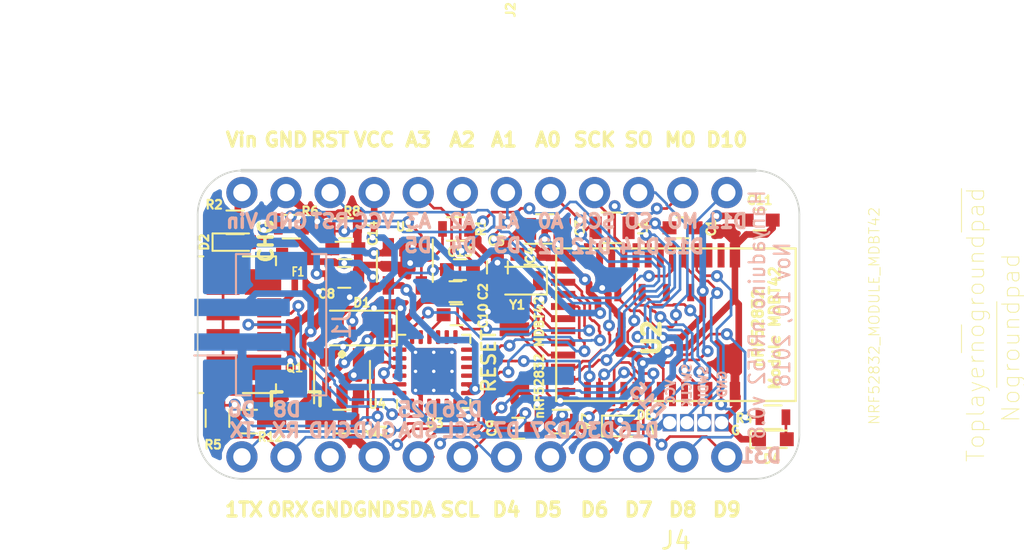
<source format=kicad_pcb>
(kicad_pcb (version 20171130) (host pcbnew "(5.0.0-3-g5ebb6b6)")
  (layers (0 F.Cu signal) (31 B.Cu signal) (34 B.Paste user) (35 F.Paste user) (36 B.SilkS user) (37 F.SilkS user) (38 B.Mask user) (39 F.Mask user) (44 Edge.Cuts user))
  (net 0 "")
  (net 1 "Net-(C1-Pad1)")
  (net 2 GND)
  (net 3 "Net-(C2-Pad1)")
  (net 4 VCC)
  (net 5 "Net-(C4-Pad1)")
  (net 6 "Net-(C5-Pad1)")
  (net 7 /P0.09/NFC1)
  (net 8 /P0.10/NFC2)
  (net 9 "Net-(C10-Pad1)")
  (net 10 VBUS)
  (net 11 RESET)
  (net 12 DTR)
  (net 13 A5)
  (net 14 VBAT)
  (net 15 "Net-(D2-Pad1)")
  (net 16 "Net-(D4-Pad2)")
  (net 17 RXLED)
  (net 18 TXLED)
  (net 19 TX)
  (net 20 RX)
  (net 21 "Net-(J2-Pad3)")
  (net 22 SDA)
  (net 23 SCL)
  (net 24 D11)
  (net 25 D5)
  (net 26 D6/A7)
  (net 27 D7)
  (net 28 D12)
  (net 29 D9)
  (net 30 D10/SS)
  (net 31 MOSI)
  (net 32 MISO)
  (net 33 SCK)
  (net 34 A0)
  (net 35 A1)
  (net 36 A2)
  (net 37 A3)
  (net 38 D-)
  (net 39 D+)
  (net 40 "Net-(J3-Pad4)")
  (net 41 "Net-(J3-Pad6)")
  (net 42 SWDIO)
  (net 43 SWCLK)
  (net 44 "Net-(L1-Pad2)")
  (net 45 A4)
  (net 46 DFU)
  (net 47 "Net-(R1-Pad2)")
  (net 48 "Net-(R2-Pad1)")
  (net 49 /LED1)
  (net 50 "Net-(R5-Pad1)")
  (net 51 /SWO)
  (net 52 /LED2)
  (net 53 /FRST)
  (net 54 "Net-(U3-Pad24)")
  (net 55 "Net-(U3-Pad22)")
  (net 56 "Net-(U3-Pad19)")
  (net 57 "Net-(U3-Pad18)")
  (net 58 "Net-(U3-Pad17)")
  (net 59 "Net-(U3-Pad15)")
  (net 60 "Net-(U3-Pad12)")
  (net 61 "Net-(U3-Pad11)")
  (net 62 "Net-(U3-Pad10)")
  (net 63 "Net-(U3-Pad9)")
  (net 64 "Net-(U3-Pad1)")
  (net 65 "Net-(U2-Pad2)")
  (net 66 "Net-(U2-Pad38)")
  (net 67 VCCIO)
  (net 68 "Net-(F1-Pad1)")
  (net 69 "Net-(R13-Pad1)")
  (net 70 "Net-(U4-Pad4)")
  (module Resistors_SMD:R_0603 (layer F.Cu) (at 121.8565 110.109)
    (fp_text reference R8 (at 0.4445 -1.0795 180) (layer F.SilkS) (effects (font (size 0.5 0.5) (thickness 0.125))))
    (fp_text value 2M)
    (pad 1 smd rect (at -0.75 0) (size 0.5 0.9) (layers F.Cu F.Paste F.Mask) (net 13 A5))
    (pad 2 smd rect (at 0.75 0) (size 0.5 0.9) (layers F.Cu F.Paste F.Mask) (net 2 GND))
  )
  (module Resistors_SMD:R_0603 (layer F.Cu) (at 118.8085 109.9185)
    (fp_text reference R6 (at 1.0795 -0.889 180) (layer F.SilkS) (effects (font (size 0.5 0.5) (thickness 0.125))))
    (fp_text value 806K)
    (pad 2 smd rect (at 0.75 0) (size 0.5 0.9) (layers F.Cu F.Paste F.Mask) (net 13 A5))
    (pad 1 smd rect (at -0.75 0) (size 0.5 0.9) (layers F.Cu F.Paste F.Mask) (net 14 VBAT))
  )
  (module "KiCAD footprints:QFN-24-1EP_4x4mm_P0.5mm_EP2.7x2.6mm_ThermalVias" (layer F.Cu) (at 127.015 118.2605 90)
    (fp_text reference U3 (at -2.9845 0.0635 180) (layer F.SilkS) (effects (font (size 0.5 0.5) (thickness 0.125))))
    (fp_text value CP2104)
    (pad 24 smd roundrect (at -1.25 -1.975 90) (size 0.25 0.8) (layers F.Cu F.Paste F.Mask) (net 54 "Net-(U3-Pad24)"))
    (pad 23 smd roundrect (at -0.75 -1.975 90) (size 0.25 0.8) (layers F.Cu F.Paste F.Mask) (net 12 DTR))
    (pad 22 smd roundrect (at -0.25 -1.975 90) (size 0.25 0.8) (layers F.Cu F.Paste F.Mask) (net 55 "Net-(U3-Pad22)"))
    (pad 21 smd roundrect (at 0.25 -1.975 90) (size 0.25 0.8) (layers F.Cu F.Paste F.Mask) (net 50 "Net-(R5-Pad1)"))
    (pad 20 smd roundrect (at 0.75 -1.975 90) (size 0.25 0.8) (layers F.Cu F.Paste F.Mask) (net 19 TX))
    (pad 19 smd roundrect (at 1.25 -1.975 90) (size 0.25 0.8) (layers F.Cu F.Paste F.Mask) (net 56 "Net-(U3-Pad19)"))
    (pad 18 smd roundrect (at 1.975 -1.25 90) (size 0.8 0.25) (layers F.Cu F.Paste F.Mask) (net 57 "Net-(U3-Pad18)"))
    (pad 17 smd roundrect (at 1.975 -0.75 90) (size 0.8 0.25) (layers F.Cu F.Paste F.Mask) (net 58 "Net-(U3-Pad17)"))
    (pad 16 smd roundrect (at 1.975 -0.25 90) (size 0.8 0.25) (layers F.Cu F.Paste F.Mask) (net 9 "Net-(C10-Pad1)"))
    (pad 15 smd roundrect (at 1.975 0.25 90) (size 0.8 0.25) (layers F.Cu F.Paste F.Mask) (net 59 "Net-(U3-Pad15)"))
    (pad 14 smd roundrect (at 1.975 0.75 90) (size 0.8 0.25) (layers F.Cu F.Paste F.Mask) (net 18 TXLED))
    (pad 13 smd roundrect (at 1.975 1.25 90) (size 0.8 0.25) (layers F.Cu F.Paste F.Mask) (net 17 RXLED))
    (pad 12 smd roundrect (at 1.25 1.975 90) (size 0.25 0.8) (layers F.Cu F.Paste F.Mask) (net 60 "Net-(U3-Pad12)"))
    (pad 11 smd roundrect (at 0.75 1.975 90) (size 0.25 0.8) (layers F.Cu F.Paste F.Mask) (net 61 "Net-(U3-Pad11)"))
    (pad 10 smd roundrect (at 0.25 1.975 90) (size 0.25 0.8) (layers F.Cu F.Paste F.Mask) (net 62 "Net-(U3-Pad10)"))
    (pad 9 smd roundrect (at -0.25 1.975 90) (size 0.25 0.8) (layers F.Cu F.Paste F.Mask) (net 63 "Net-(U3-Pad9)"))
    (pad 8 smd roundrect (at -0.75 1.975 90) (size 0.25 0.8) (layers F.Cu F.Paste F.Mask) (net 10 VBUS))
    (pad 7 smd roundrect (at -1.25 1.975 90) (size 0.25 0.8) (layers F.Cu F.Paste F.Mask) (net 10 VBUS))
    (pad 6 smd roundrect (at -1.975 1.25 90) (size 0.8 0.25) (layers F.Cu F.Paste F.Mask) (net 67 VCCIO))
    (pad 5 smd roundrect (at -1.975 0.75 90) (size 0.8 0.25) (layers F.Cu F.Paste F.Mask) (net 67 VCCIO))
    (pad 4 smd roundrect (at -1.975 0.25 90) (size 0.8 0.25) (layers F.Cu F.Paste F.Mask) (net 38 D-))
    (pad 3 smd roundrect (at -1.975 -0.25 90) (size 0.8 0.25) (layers F.Cu F.Paste F.Mask) (net 39 D+))
    (pad 2 smd roundrect (at -1.975 -0.75 90) (size 0.8 0.25) (layers F.Cu F.Paste F.Mask) (net 2 GND))
    (pad 1 smd roundrect (at -1.975 -1.25 90) (size 0.8 0.25) (layers F.Cu F.Paste F.Mask) (net 64 "Net-(U3-Pad1)"))
    (pad 25 smd roundrect (at 0 0 90) (size 2.7 2.6) (layers B.Cu) (roundrect_rratio 0.096154) (net 2 GND))
    (pad 25 thru_hole circle (at 1.1 1.05 90) (size 0.5 0.5) (drill 0.2) (layers *.Cu) (net 2 GND))
    (pad 25 thru_hole circle (at 0 1.05 90) (size 0.5 0.5) (drill 0.2) (layers *.Cu) (net 2 GND))
    (pad 25 thru_hole circle (at -1.1 1.05 90) (size 0.5 0.5) (drill 0.2) (layers *.Cu) (net 2 GND))
    (pad 25 thru_hole circle (at 1.1 0 90) (size 0.5 0.5) (drill 0.2) (layers *.Cu) (net 2 GND))
    (pad 25 thru_hole circle (at 0 0 90) (size 0.5 0.5) (drill 0.2) (layers *.Cu) (net 2 GND))
    (pad 25 thru_hole circle (at -1.1 0 90) (size 0.5 0.5) (drill 0.2) (layers *.Cu) (net 2 GND))
    (pad 25 thru_hole circle (at 1.1 -1.05 90) (size 0.5 0.5) (drill 0.2) (layers *.Cu) (net 2 GND))
    (pad 25 thru_hole circle (at 0 -1.05 90) (size 0.5 0.5) (drill 0.2) (layers *.Cu) (net 2 GND))
    (pad 25 thru_hole circle (at -1.1 -1.05 90) (size 0.5 0.5) (drill 0.2) (layers *.Cu) (net 2 GND))
    (pad 25 smd roundrect (at 0 0 90) (size 2.7 2.6) (layers F.Cu F.Mask) (roundrect_rratio 0.096154) (net 2 GND))
  )
  (module Diodes_SMD:D_SOD-123F (layer F.Cu) (at 122.682 115.7605 180)
    (fp_text reference D1 (at -0.1905 1.4605) (layer F.SilkS) (effects (font (size 0.5 0.5) (thickness 0.125))))
    (fp_text value MBR120)
    (pad 2 smd rect (at 1.4 0 180) (size 1.1 1.1) (layers F.Cu F.Paste F.Mask) (net 10 VBUS))
    (pad 1 smd rect (at -1.4 0 180) (size 1.1 1.1) (layers F.Cu F.Paste F.Mask) (net 3 "Net-(C2-Pad1)"))
  )
  (module library:Arduino_pro_micro_conn (layer F.Cu) (at 128.662 113.03)
    (fp_text reference J2 (at 2.783 -15.621 90) (layer F.SilkS) (effects (font (size 0.5 0.5) (thickness 0.125))))
    (fp_text value Arduino_pro_micro_conn)
    (fp_text user D31 (at 17.1975 10.0965) (layer B.SilkS) (effects (font (size 0.8 0.8) (thickness 0.2)) (justify mirror)))
    (fp_text user D15 (at 10.657 6.9215 -45) (layer B.SilkS) (effects (font (size 0.8 0.8) (thickness 0.2)) (justify mirror)))
    (fp_text user D16 (at 10.16 8.636) (layer B.SilkS) (effects (font (size 0.8 0.8) (thickness 0.2)) (justify mirror)))
    (fp_text user D30 (at 7.62 8.636) (layer B.SilkS) (effects (font (size 0.8 0.8) (thickness 0.2)) (justify mirror)))
    (fp_text user D27 (at 5.08 8.636) (layer B.SilkS) (effects (font (size 0.8 0.8) (thickness 0.2)) (justify mirror)))
    (fp_text user D7 (at 2.54 8.636) (layer B.SilkS) (effects (font (size 0.8 0.8) (thickness 0.2)) (justify mirror)))
    (fp_text user SCL (at 0 8.636) (layer B.SilkS) (effects (font (size 0.8 0.8) (thickness 0.2)) (justify mirror)))
    (fp_text user SDA (at -2.54 8.636) (layer B.SilkS) (effects (font (size 0.8 0.8) (thickness 0.2)) (justify mirror)))
    (fp_text user GND (at -5.08 8.636) (layer B.SilkS) (effects (font (size 0.8 0.8) (thickness 0.2)) (justify mirror)))
    (fp_text user GND (at -7.62 8.636) (layer B.SilkS) (effects (font (size 0.8 0.8) (thickness 0.2)) (justify mirror)))
    (fp_text user RX (at -10.16 8.636) (layer B.SilkS) (effects (font (size 0.8 0.8) (thickness 0.2)) (justify mirror)))
    (fp_text user TX (at -12.7 8.636) (layer B.SilkS) (effects (font (size 0.8 0.8) (thickness 0.2)) (justify mirror)))
    (fp_text user D11 (at 15.24 -3.429) (layer B.SilkS) (effects (font (size 0.8 0.8) (thickness 0.2)) (justify mirror)))
    (fp_text user MO (at 12.7 -3.429) (layer B.SilkS) (effects (font (size 0.8 0.8) (thickness 0.2)) (justify mirror)))
    (fp_text user SO (at 10.16 -3.429) (layer B.SilkS) (effects (font (size 0.8 0.8) (thickness 0.2)) (justify mirror)))
    (fp_text user SCK (at 7.62 -3.429) (layer B.SilkS) (effects (font (size 0.8 0.8) (thickness 0.2)) (justify mirror)))
    (fp_text user A0 (at 5.08 -3.429) (layer B.SilkS) (effects (font (size 0.8 0.8) (thickness 0.2)) (justify mirror)))
    (fp_text user A1 (at 2.54 -3.429) (layer B.SilkS) (effects (font (size 0.8 0.8) (thickness 0.2)) (justify mirror)))
    (fp_text user A2 (at 0 -3.429) (layer B.SilkS) (effects (font (size 0.8 0.8) (thickness 0.2)) (justify mirror)))
    (fp_text user A3 (at -2.54 -3.429) (layer B.SilkS) (effects (font (size 0.8 0.8) (thickness 0.2)) (justify mirror)))
    (fp_text user VCC (at -5.08 -3.429) (layer B.SilkS) (effects (font (size 0.8 0.8) (thickness 0.2)) (justify mirror)))
    (fp_text user RST (at -7.62 -3.429) (layer B.SilkS) (effects (font (size 0.8 0.8) (thickness 0.2)) (justify mirror)))
    (fp_text user GND (at -10.16 -3.429) (layer B.SilkS) (effects (font (size 0.8 0.8) (thickness 0.2)) (justify mirror)))
    (fp_text user Vin (at -12.7 -3.429) (layer B.SilkS) (effects (font (size 0.8 0.8) (thickness 0.2)) (justify mirror)))
    (fp_text user Vin (at -12.7 -8.128) (layer F.SilkS) (effects (font (size 0.8 0.8) (thickness 0.2))))
    (fp_text user GND (at -10.16 -8.128) (layer F.SilkS) (effects (font (size 0.8 0.8) (thickness 0.2))))
    (fp_text user RST (at -7.62 -8.128) (layer F.SilkS) (effects (font (size 0.8 0.8) (thickness 0.2))))
    (fp_text user VCC (at -5.08 -8.128) (layer F.SilkS) (effects (font (size 0.8 0.8) (thickness 0.2))))
    (fp_text user A3 (at -2.54 -8.128) (layer F.SilkS) (effects (font (size 0.8 0.8) (thickness 0.2))))
    (fp_text user A2 (at 0 -8.128) (layer F.SilkS) (effects (font (size 0.8 0.8) (thickness 0.2))))
    (fp_text user A1 (at 2.402 -8.128) (layer F.SilkS) (effects (font (size 0.8 0.8) (thickness 0.2))))
    (fp_text user A0 (at 4.942 -8.128) (layer F.SilkS) (effects (font (size 0.8 0.8) (thickness 0.2))))
    (fp_text user SCK (at 7.62 -8.128) (layer F.SilkS) (effects (font (size 0.8 0.8) (thickness 0.2))))
    (fp_text user SO (at 10.16 -8.128) (layer F.SilkS) (effects (font (size 0.8 0.8) (thickness 0.2))))
    (fp_text user MO (at 12.562 -8.128) (layer F.SilkS) (effects (font (size 0.8 0.8) (thickness 0.2))))
    (fp_text user D9 (at 15.24 13.208) (layer F.SilkS) (effects (font (size 0.8 0.8) (thickness 0.2))))
    (fp_text user D10 (at 15.24 -8.128) (layer F.SilkS) (effects (font (size 0.8 0.8) (thickness 0.2))))
    (fp_text user D8 (at 12.7 13.208) (layer F.SilkS) (effects (font (size 0.8 0.8) (thickness 0.2))))
    (fp_text user D7 (at 10.16 13.208) (layer F.SilkS) (effects (font (size 0.8 0.8) (thickness 0.2))))
    (fp_text user D6 (at 7.62 13.208) (layer F.SilkS) (effects (font (size 0.8 0.8) (thickness 0.2))))
    (fp_text user D5 (at 4.942 13.208) (layer F.SilkS) (effects (font (size 0.8 0.8) (thickness 0.2))))
    (fp_text user D4 (at 2.54 13.208) (layer F.SilkS) (effects (font (size 0.8 0.8) (thickness 0.2))))
    (fp_text user SCL (at -0.138 13.208) (layer F.SilkS) (effects (font (size 0.8 0.8) (thickness 0.2))))
    (fp_text user SDA (at -2.678 13.208) (layer F.SilkS) (effects (font (size 0.8 0.8) (thickness 0.2))))
    (fp_text user GND (at -5.08 13.208) (layer F.SilkS) (effects (font (size 0.8 0.8) (thickness 0.2))))
    (fp_text user GND (at -7.504 13.208) (layer F.SilkS) (effects (font (size 0.8 0.8) (thickness 0.2))))
    (fp_text user 0RX (at -10.044 13.208) (layer F.SilkS) (effects (font (size 0.8 0.8) (thickness 0.2))))
    (fp_text user 1TX (at -12.584 13.208) (layer F.SilkS) (effects (font (size 0.8 0.8) (thickness 0.2))))
    (pad 1 thru_hole circle (at -12.7 10.16) (size 1.8 1.8) (drill 1) (layers *.Cu *.Mask) (net 19 TX))
    (pad 2 thru_hole circle (at -10.16 10.16) (size 1.8 1.8) (drill 1) (layers *.Cu *.Mask) (net 20 RX))
    (pad 3 thru_hole circle (at -7.62 10.16) (size 1.8 1.8) (drill 1) (layers *.Cu *.Mask) (net 21 "Net-(J2-Pad3)"))
    (pad 4 thru_hole circle (at -5.08 10.16) (size 1.8 1.8) (drill 1) (layers *.Cu *.Mask) (net 2 GND))
    (pad 5 thru_hole circle (at -2.54 10.16) (size 1.8 1.8) (drill 1) (layers *.Cu *.Mask) (net 22 SDA))
    (pad 6 thru_hole circle (at 0 10.16) (size 1.8 1.8) (drill 1) (layers *.Cu *.Mask) (net 23 SCL))
    (pad 7 thru_hole circle (at 2.54 10.16) (size 1.8 1.8) (drill 1) (layers *.Cu *.Mask) (net 24 D11))
    (pad 8 thru_hole circle (at 5.08 10.16) (size 1.8 1.8) (drill 1) (layers *.Cu *.Mask) (net 25 D5))
    (pad 9 thru_hole circle (at 7.62 10.16) (size 1.8 1.8) (drill 1) (layers *.Cu *.Mask) (net 26 D6/A7))
    (pad 10 thru_hole circle (at 10.16 10.16) (size 1.8 1.8) (drill 1) (layers *.Cu *.Mask) (net 27 D7))
    (pad 11 thru_hole circle (at 12.7 10.16) (size 1.8 1.8) (drill 1) (layers *.Cu *.Mask) (net 28 D12))
    (pad 12 thru_hole circle (at 15.24 10.16) (size 1.8 1.8) (drill 1) (layers *.Cu *.Mask) (net 29 D9))
    (pad 13 thru_hole circle (at 15.24 -5.08) (size 1.8 1.8) (drill 1) (layers *.Cu *.Mask) (net 30 D10/SS))
    (pad 14 thru_hole circle (at 12.7 -5.08) (size 1.8 1.8) (drill 1) (layers *.Cu *.Mask) (net 31 MOSI))
    (pad 15 thru_hole circle (at 10.16 -5.08) (size 1.8 1.8) (drill 1) (layers *.Cu *.Mask) (net 32 MISO))
    (pad 16 thru_hole circle (at 7.62 -5.08) (size 1.8 1.8) (drill 1) (layers *.Cu *.Mask) (net 33 SCK))
    (pad 17 thru_hole circle (at 5.08 -5.08) (size 1.8 1.8) (drill 1) (layers *.Cu *.Mask) (net 34 A0))
    (pad 18 thru_hole circle (at 2.54 -5.08) (size 1.8 1.8) (drill 1) (layers *.Cu *.Mask) (net 35 A1))
    (pad 19 thru_hole circle (at 0 -5.08) (size 1.8 1.8) (drill 1) (layers *.Cu *.Mask) (net 36 A2))
    (pad 20 thru_hole circle (at -2.54 -5.08) (size 1.8 1.8) (drill 1) (layers *.Cu *.Mask) (net 37 A3))
    (pad 21 thru_hole circle (at -5.08 -5.08) (size 1.8 1.8) (drill 1) (layers *.Cu *.Mask) (net 4 VCC))
    (pad 22 thru_hole circle (at -7.62 -5.08) (size 1.8 1.8) (drill 1) (layers *.Cu *.Mask) (net 11 RESET))
    (pad 23 thru_hole circle (at -10.16 -5.08) (size 1.8 1.8) (drill 1) (layers *.Cu *.Mask) (net 2 GND))
    (pad 24 thru_hole circle (at -12.7 -5.08) (size 1.8 1.8) (drill 1) (layers *.Cu *.Mask) (net 10 VBUS))
  )
  (module TO_SOT_Packages_SMD:SOT-23-5 (layer F.Cu) (at 125.349 112.2045 270)
    (fp_text reference U1 (at -2.286 0.0025) (layer F.SilkS) (effects (font (size 0.5 0.5) (thickness 0.125))))
    (fp_text value MCP73831-2-OT)
    (pad 5 smd rect (at 1.1 -0.95 270) (size 1.06 0.65) (layers F.Cu F.Paste F.Mask) (net 47 "Net-(R1-Pad2)"))
    (pad 4 smd rect (at 1.1 0.95 270) (size 1.06 0.65) (layers F.Cu F.Paste F.Mask) (net 10 VBUS))
    (pad 3 smd rect (at -1.1 0.95 270) (size 1.06 0.65) (layers F.Cu F.Paste F.Mask) (net 14 VBAT))
    (pad 2 smd rect (at -1.1 0 270) (size 1.06 0.65) (layers F.Cu F.Paste F.Mask) (net 2 GND))
    (pad 1 smd rect (at -1.1 -0.95 270) (size 1.06 0.65) (layers F.Cu F.Paste F.Mask) (net 48 "Net-(R2-Pad1)"))
  )
  (module Capacitors_SMD:C_0603 (layer F.Cu) (at 128.27 113.665)
    (fp_text reference C2 (at 1.5875 0 270) (layer F.SilkS) (effects (font (size 0.5 0.5) (thickness 0.125))))
    (fp_text value 10uF)
    (pad 1 smd rect (at -0.75 0) (size 0.8 0.75) (layers F.Cu F.Paste F.Mask) (net 3 "Net-(C2-Pad1)"))
    (pad 2 smd rect (at 0.75 0) (size 0.8 0.75) (layers F.Cu F.Paste F.Mask) (net 2 GND))
  )
  (module Capacitors_SMD:C_0603 (layer F.Cu) (at 128.3335 114.9985)
    (fp_text reference C10 (at 1.524 0.0635 270) (layer F.SilkS) (effects (font (size 0.5 0.5) (thickness 0.125))))
    (fp_text value 10uf)
    (pad 1 smd rect (at -0.75 0) (size 0.8 0.75) (layers F.Cu F.Paste F.Mask) (net 9 "Net-(C10-Pad1)"))
    (pad 2 smd rect (at 0.75 0) (size 0.8 0.75) (layers F.Cu F.Paste F.Mask) (net 2 GND))
  )
  (module Connectors_JST:JST_PH_B2B-PH-SM4-TB_02x2.00mm_Straight (layer B.Cu) (at 117.094 115.57 90)
    (fp_text reference J1 (at 0 4.625 90) (layer B.SilkS) (effects (justify mirror)))
    (fp_text value Conn_01x02_Male)
    (pad "" smd rect (at 3.4 1.125 90) (size 1.6 3) (layers B.Cu B.Paste B.Mask))
    (pad "" smd rect (at -3.4 1.125 90) (size 1.6 3) (layers B.Cu B.Paste B.Mask))
    (pad 2 smd rect (at 1 -1.125 90) (size 1 5.5) (layers B.Cu B.Paste B.Mask) (net 14 VBAT))
    (pad 1 smd rect (at -1 -1.125 90) (size 1 5.5) (layers B.Cu B.Paste B.Mask) (net 2 GND))
  )
  (module library:USB_Micro-B_Molex_47346-0001 (layer F.Cu) (at 116.205 115.57)
    (fp_text reference J3)
    (fp_text value USB_B_Micro)
    (pad 1 smd rect (at 1.33 -1.3) (size 1.38 0.45) (layers F.Cu F.Paste F.Mask) (net 68 "Net-(F1-Pad1)"))
    (pad 2 smd rect (at 1.33 -0.65) (size 1.38 0.45) (layers F.Cu F.Paste F.Mask) (net 38 D-))
    (pad 3 smd rect (at 1.33 0) (size 1.38 0.45) (layers F.Cu F.Paste F.Mask) (net 39 D+))
    (pad 4 smd rect (at 1.33 0.65) (size 1.38 0.45) (layers F.Cu F.Paste F.Mask) (net 40 "Net-(J3-Pad4)"))
    (pad 5 smd rect (at 1.33 1.3) (size 1.38 0.45) (layers F.Cu F.Paste F.Mask) (net 2 GND))
    (pad 6 smd rect (at 0.97 -2.4625) (size 2.1 1.475) (layers F.Cu F.Paste F.Mask) (net 41 "Net-(J3-Pad6)"))
    (pad 6 smd rect (at 0.97 2.4625) (size 2.1 1.475) (layers F.Cu F.Paste F.Mask) (net 41 "Net-(J3-Pad6)"))
    (pad 6 smd rect (at -1.33 -2.91) (size 1.9 2.375) (layers F.Cu F.Paste F.Mask) (net 41 "Net-(J3-Pad6)"))
    (pad 6 smd rect (at -1.33 2.91) (size 1.9 2.375) (layers F.Cu F.Paste F.Mask) (net 41 "Net-(J3-Pad6)"))
    (pad 6 smd rect (at -1.33 -0.84) (size 1.9 1.175) (layers F.Cu F.Paste F.Mask) (net 41 "Net-(J3-Pad6)"))
    (pad 6 smd rect (at -1.33 0.84) (size 1.9 1.175) (layers F.Cu F.Paste F.Mask) (net 41 "Net-(J3-Pad6)"))
  )
  (module Capacitors_SMD:C_0603 (layer F.Cu) (at 121.92 111.1885)
    (fp_text reference C14 (at 1.5875 -0.889 90) (layer F.SilkS) (effects (font (size 0.5 0.5) (thickness 0.125))))
    (fp_text value 1nF)
    (pad 2 smd rect (at 0.75 0) (size 0.8 0.75) (layers F.Cu F.Paste F.Mask) (net 2 GND))
    (pad 1 smd rect (at -0.75 0) (size 0.8 0.75) (layers F.Cu F.Paste F.Mask) (net 13 A5))
  )
  (module Capacitors_SMD:C_0603 (layer F.Cu) (at 145.796 109.5375)
    (fp_text reference C11 (at 0 -1.143 180) (layer F.SilkS) (effects (font (size 0.5 0.5) (thickness 0.125))))
    (fp_text value 10uF)
    (pad 1 smd rect (at -0.75 0) (size 0.8 0.75) (layers F.Cu F.Paste F.Mask) (net 4 VCC))
    (pad 2 smd rect (at 0.75 0) (size 0.8 0.75) (layers F.Cu F.Paste F.Mask) (net 2 GND))
  )
  (module Capacitors_SMD:C_0603 (layer F.Cu) (at 131.8895 121.539)
    (fp_text reference C9 (at -1.524 0 90) (layer F.SilkS) (effects (font (size 0.5 0.5) (thickness 0.125))))
    (fp_text value 0.1uF)
    (pad 2 smd rect (at 0.75 0) (size 0.8 0.75) (layers F.Cu F.Paste F.Mask) (net 2 GND))
    (pad 1 smd rect (at -0.75 0) (size 0.8 0.75) (layers F.Cu F.Paste F.Mask) (net 67 VCCIO))
  )
  (module Crystals:Crystal_SMD_TXC_9HT11-2pin_2.0x1.2mm (layer F.Cu) (at 132.334 113.03 180)
    (fp_text reference Y1 (at 0.508 -1.397) (layer F.SilkS) (effects (font (size 0.5 0.5) (thickness 0.125))))
    (fp_text value 32.768KHz)
    (pad 2 smd rect (at 0.7 0 180) (size 0.6 1.1) (layers F.Cu F.Paste F.Mask) (net 6 "Net-(C5-Pad1)"))
    (pad 1 smd rect (at -0.7 0 180) (size 0.6 1.1) (layers F.Cu F.Paste F.Mask) (net 5 "Net-(C4-Pad1)"))
  )
  (module Capacitors_SMD:C_0603 (layer F.Cu) (at 130.683 112.268 90)
    (fp_text reference C5 (at 1.524 -0.0635 180) (layer F.SilkS) (effects (font (size 0.5 0.5) (thickness 0.125))))
    (fp_text value 22pF)
    (pad 2 smd rect (at 0.75 0 90) (size 0.8 0.75) (layers F.Cu F.Paste F.Mask) (net 2 GND))
    (pad 1 smd rect (at -0.75 0 90) (size 0.8 0.75) (layers F.Cu F.Paste F.Mask) (net 6 "Net-(C5-Pad1)"))
  )
  (module Capacitors_SMD:C_0603 (layer F.Cu) (at 121.8565 112.8395)
    (fp_text reference C8 (at -1.016 0.9525 180) (layer F.SilkS) (effects (font (size 0.5 0.5) (thickness 0.125))))
    (fp_text value 10uF)
    (pad 2 smd rect (at 0.75 0) (size 0.8 0.75) (layers F.Cu F.Paste F.Mask) (net 2 GND))
    (pad 1 smd rect (at -0.75 0) (size 0.8 0.75) (layers F.Cu F.Paste F.Mask) (net 14 VBAT))
  )
  (module Capacitors_SMD:C_0603 (layer F.Cu) (at 141.351 109.982)
    (fp_text reference C1 (at 1.651 0 270) (layer F.SilkS) (effects (font (size 0.5 0.5) (thickness 0.125))))
    (fp_text value 1uF)
    (pad 1 smd rect (at -0.75 0) (size 0.8 0.75) (layers F.Cu F.Paste F.Mask) (net 1 "Net-(C1-Pad1)"))
    (pad 2 smd rect (at 0.75 0) (size 0.8 0.75) (layers F.Cu F.Paste F.Mask) (net 2 GND))
  )
  (module Capacitors_SMD:C_0805 (layer F.Cu) (at 133.4135 110.0455 180)
    (fp_text reference C3 (at -2.032 0.0635 270) (layer F.SilkS) (effects (font (size 0.5 0.5) (thickness 0.125))))
    (fp_text value 10uF)
    (pad 2 smd rect (at 1 0 180) (size 1 1.25) (layers F.Cu F.Paste F.Mask) (net 2 GND))
    (pad 1 smd rect (at -1 0 180) (size 1 1.25) (layers F.Cu F.Paste F.Mask) (net 4 VCC))
  )
  (module Capacitors_SMD:C_0603 (layer F.Cu) (at 132.588 111.506)
    (fp_text reference C4 (at 0 0.0635 90) (layer F.SilkS) (effects (font (size 0.5 0.5) (thickness 0.125))))
    (fp_text value 22pF)
    (pad 1 smd rect (at -0.75 0) (size 0.8 0.75) (layers F.Cu F.Paste F.Mask) (net 5 "Net-(C4-Pad1)"))
    (pad 2 smd rect (at 0.75 0) (size 0.8 0.75) (layers F.Cu F.Paste F.Mask) (net 2 GND))
  )
  (module Capacitors_SMD:C_0603 (layer F.Cu) (at 128.524 112.395 180)
    (fp_text reference C13 (at 0 1.016) (layer F.SilkS) (effects (font (size 0.5 0.5) (thickness 0.125))))
    (fp_text value 0.1uF)
    (pad 1 smd rect (at -0.75 0 180) (size 0.8 0.75) (layers F.Cu F.Paste F.Mask) (net 11 RESET))
    (pad 2 smd rect (at 0.75 0 180) (size 0.8 0.75) (layers F.Cu F.Paste F.Mask) (net 12 DTR))
  )
  (module LEDs:LED_0603 (layer F.Cu) (at 115.57 110.8075)
    (fp_text reference D2 (at -1.778 0 90) (layer F.SilkS) (effects (font (size 0.5 0.5) (thickness 0.125))))
    (fp_text value CHG)
    (pad 2 smd rect (at 0.8 0 180) (size 0.8 0.8) (layers F.Cu F.Paste F.Mask) (net 10 VBUS))
    (pad 1 smd rect (at -0.8 0 180) (size 0.8 0.8) (layers F.Cu F.Paste F.Mask) (net 15 "Net-(D2-Pad1)"))
  )
  (module LEDs:LED_0603 (layer F.Cu) (at 146.558 122.174)
    (fp_text reference D4 (at -0.0635 1.143 180) (layer F.SilkS) (effects (font (size 0.5 0.5) (thickness 0.125))))
    (fp_text value "USR LED")
    (pad 1 smd rect (at -0.8 0 180) (size 0.8 0.8) (layers F.Cu F.Paste F.Mask) (net 2 GND))
    (pad 2 smd rect (at 0.8 0 180) (size 0.8 0.8) (layers F.Cu F.Paste F.Mask) (net 16 "Net-(D4-Pad2)"))
  )
  (module Diodes_SMD:D_SOD-523 (layer F.Cu) (at 137.86 121.412)
    (fp_text reference D8 (at 1.332 -0.635 180) (layer F.SilkS) (effects (font (size 0.5 0.5) (thickness 0.125))))
    (fp_text value 1N4148)
    (pad 1 smd rect (at -0.7 0 180) (size 0.6 0.7) (layers F.Cu F.Paste F.Mask) (net 4 VCC))
    (pad 2 smd rect (at 0.7 0 180) (size 0.6 0.7) (layers F.Cu F.Paste F.Mask) (net 11 RESET))
  )
  (module library:RST_FUSE_MF_FSMF050X (layer F.Cu) (at 119.126 111.633)
    (fp_text reference F1 (at 0.0635 0.889 180) (layer F.SilkS) (effects (font (size 0.5 0.4) (thickness 0.1))))
    (fp_text value "6V 500mA")
    (pad 1 smd rect (at -0.85 0) (size 0.7 1) (layers F.Cu F.Paste F.Mask) (net 68 "Net-(F1-Pad1)"))
    (pad 2 smd rect (at 0.85 0) (size 0.7 1) (layers F.Cu F.Paste F.Mask) (net 10 VBUS))
  )
  (module "library:Conn4 1.0mm pitch" (layer F.Cu) (at 141.605 121.2215)
    (fp_text reference J4 (at -0.635 6.7945) (layer F.SilkS))
    (fp_text value Conn_01x04_Male)
    (pad 1 thru_hole rect (at -1 0 180) (size 0.8 1) (drill 0.762) (layers *.Cu *.Mask) (net 4 VCC))
    (pad 2 thru_hole rect (at 0 0 180) (size 0.8 1) (drill 0.762) (layers *.Cu *.Mask) (net 42 SWDIO))
    (pad 3 thru_hole rect (at 1 0 180) (size 0.8 1) (drill 0.762) (layers *.Cu *.Mask) (net 43 SWCLK))
    (pad 4 thru_hole rect (at 2 0 180) (size 0.8 1) (drill 0.762) (layers *.Cu *.Mask) (net 2 GND))
  )
  (module Inductors_SMD:L_0805 (layer F.Cu) (at 137.2895 109.982 180)
    (fp_text reference L1 (at -1.7755 0 270) (layer F.SilkS) (effects (font (size 0.5 0.5) (thickness 0.125))))
    (fp_text value 10uH)
    (pad 2 smd rect (at 0.95 0 180) (size 0.7 1.3) (layers F.Cu F.Paste F.Mask) (net 44 "Net-(L1-Pad2)"))
    (pad 1 smd rect (at -0.95 0 180) (size 0.7 1.3) (layers F.Cu F.Paste F.Mask) (net 1 "Net-(C1-Pad1)"))
  )
  (module Resistors_SMD:R_0603 (layer F.Cu) (at 128.27 110.0455 180)
    (fp_text reference R1 (at -1.4605 0.0635 90) (layer F.SilkS) (effects (font (size 0.5 0.5) (thickness 0.125))))
    (fp_text value 10K)
    (pad 2 smd rect (at 0.75 0 180) (size 0.5 0.9) (layers F.Cu F.Paste F.Mask) (net 47 "Net-(R1-Pad2)"))
    (pad 1 smd rect (at -0.75 0 180) (size 0.5 0.9) (layers F.Cu F.Paste F.Mask) (net 2 GND))
  )
  (module Resistors_SMD:R_0603 (layer F.Cu) (at 115.57 109.6645 180)
    (fp_text reference R2 (at 1.2065 1.016) (layer F.SilkS) (effects (font (size 0.5 0.5) (thickness 0.125))))
    (fp_text value 1K)
    (pad 1 smd rect (at -0.75 0 180) (size 0.5 0.9) (layers F.Cu F.Paste F.Mask) (net 48 "Net-(R2-Pad1)"))
    (pad 2 smd rect (at 0.75 0 180) (size 0.5 0.9) (layers F.Cu F.Paste F.Mask) (net 15 "Net-(D2-Pad1)"))
  )
  (module Resistors_SMD:R_0603 (layer F.Cu) (at 146.558 120.904 180)
    (fp_text reference R4 (at 1.651 -0.0635) (layer F.SilkS) (effects (font (size 0.5 0.5) (thickness 0.125))))
    (fp_text value 1K)
    (pad 1 smd rect (at -0.75 0 180) (size 0.5 0.9) (layers F.Cu F.Paste F.Mask) (net 16 "Net-(D4-Pad2)"))
    (pad 2 smd rect (at 0.75 0 180) (size 0.5 0.9) (layers F.Cu F.Paste F.Mask) (net 49 /LED1))
  )
  (module Resistors_SMD:R_0603 (layer F.Cu) (at 114.554 120.9675 270)
    (fp_text reference R5 (at 1.524 0.254) (layer F.SilkS) (effects (font (size 0.5 0.5) (thickness 0.125))))
    (fp_text value 1K)
    (pad 1 smd rect (at -0.75 0 270) (size 0.5 0.9) (layers F.Cu F.Paste F.Mask) (net 50 "Net-(R5-Pad1)"))
    (pad 2 smd rect (at 0.75 0 270) (size 0.5 0.9) (layers F.Cu F.Paste F.Mask) (net 20 RX))
  )
  (module Resistors_SMD:R_0603 (layer F.Cu) (at 134.366 121.158)
    (fp_text reference R7 (at 1.4605 0 90) (layer F.SilkS) (effects (font (size 0.5 0.5) (thickness 0.125))))
    (fp_text value 10K)
    (pad 2 smd rect (at 0.75 0) (size 0.5 0.9) (layers F.Cu F.Paste F.Mask) (net 4 VCC))
    (pad 1 smd rect (at -0.75 0) (size 0.5 0.9) (layers F.Cu F.Paste F.Mask) (net 11 RESET))
  )
  (module library:MDBT42 (layer F.Cu) (at 140.97 115.57 270)
    (fp_text reference U2 (at 0.762 1.397 270) (layer F.SilkS) (effects (font (thickness 0.25))))
    (fp_text value NRF52832_MODULE_MDBT42 (at -0.508 -11.43 270) (layer F.SilkS) (effects (font (size 0.600363 0.600363) (thickness 0.05))))
    (fp_text user No~ground~pad (at 0.762 -19.304 270) (layer F.SilkS) (effects (font (thickness 0.05))))
    (fp_text user Toplayer~no~ground~pad (at 0 -17.272 270) (layer F.SilkS) (effects (font (thickness 0.05))))
    (pad 14 smd rect (at -3.85 6.35) (size 1.1 0.4) (layers F.Cu F.Paste F.Mask) (net 2 GND))
    (pad 15 smd rect (at -3.15 6.5) (size 1.4 0.4) (layers F.Cu F.Paste F.Mask) (net 4 VCC))
    (pad 16 smd rect (at -2.45 6.5) (size 1.4 0.4) (layers F.Cu F.Paste F.Mask) (net 20 RX))
    (pad 17 smd rect (at -1.75 6.5) (size 1.4 0.4) (layers F.Cu F.Paste F.Mask) (net 19 TX))
    (pad 18 smd rect (at -1.05 6.5) (size 1.4 0.4) (layers F.Cu F.Paste F.Mask) (net 24 D11))
    (pad 19 smd rect (at -0.35 6.5) (size 1.4 0.4) (layers F.Cu F.Paste F.Mask) (net 37 A3))
    (pad 20 smd rect (at 0.35 6.5) (size 1.4 0.4) (layers F.Cu F.Paste F.Mask) (net 5 "Net-(C4-Pad1)"))
    (pad 21 smd rect (at 1.05 6.5) (size 1.4 0.4) (layers F.Cu F.Paste F.Mask) (net 6 "Net-(C5-Pad1)"))
    (pad 22 smd rect (at 1.75 6.5) (size 1.4 0.4) (layers F.Cu F.Paste F.Mask) (net 36 A2))
    (pad 23 smd rect (at 2.45 6.5) (size 1.4 0.4) (layers F.Cu F.Paste F.Mask) (net 35 A1))
    (pad 24 smd rect (at 3.15 6.5) (size 1.4 0.4) (layers F.Cu F.Paste F.Mask) (net 34 A0))
    (pad 25 smd rect (at 3.85 6.35) (size 1.1 0.4) (layers F.Cu F.Paste F.Mask) (net 2 GND))
    (pad 13 smd rect (at -4 5.1 270) (size 1.4 0.4) (layers F.Cu F.Paste F.Mask) (net 7 /P0.09/NFC1))
    (pad 12 smd rect (at -4 4.4 270) (size 1.4 0.4) (layers F.Cu F.Paste F.Mask) (net 8 /P0.10/NFC2))
    (pad 11 smd rect (at -4 3.7 270) (size 1.4 0.4) (layers F.Cu F.Paste F.Mask) (net 33 SCK))
    (pad 9 smd rect (at -4 2.3 270) (size 1.4 0.4) (layers F.Cu F.Paste F.Mask) (net 28 D12))
    (pad 10 smd rect (at -4 3 270) (size 1.4 0.4) (layers F.Cu F.Paste F.Mask) (net 31 MOSI))
    (pad 8 smd rect (at -4 1.6 270) (size 1.4 0.4) (layers F.Cu F.Paste F.Mask) (net 49 /LED1))
    (pad 7 smd rect (at -4 0.9 270) (size 1.4 0.4) (layers F.Cu F.Paste F.Mask) (net 51 /SWO))
    (pad 6 smd rect (at -4 0.2 270) (size 1.4 0.4) (layers F.Cu F.Paste F.Mask) (net 11 RESET))
    (pad 5 smd rect (at -4 -0.5 270) (size 1.4 0.4) (layers F.Cu F.Paste F.Mask) (net 42 SWDIO))
    (pad 4 smd rect (at -4 -1.2 270) (size 1.4 0.4) (layers F.Cu F.Paste F.Mask) (net 43 SWCLK))
    (pad 3 smd rect (at -4 -1.9 270) (size 1.4 0.4) (layers F.Cu F.Paste F.Mask) (net 53 /FRST))
    (pad 2 smd rect (at -4 -2.6 270) (size 1.4 0.4) (layers F.Cu F.Paste F.Mask) (net 65 "Net-(U2-Pad2)"))
    (pad 1 smd rect (at -4 -3.4 270) (size 1.4 0.6) (layers F.Cu F.Paste F.Mask) (net 2 GND))
    (pad 26 smd rect (at 4 5.1 270) (size 1.4 0.4) (layers F.Cu F.Paste F.Mask) (net 44 "Net-(L1-Pad2)"))
    (pad 27 smd rect (at 4 4.4 270) (size 1.4 0.4) (layers F.Cu F.Paste F.Mask) (net 1 "Net-(C1-Pad1)"))
    (pad 28 smd rect (at 4 3.7 270) (size 1.4 0.4) (layers F.Cu F.Paste F.Mask) (net 29 D9))
    (pad 29 smd rect (at 4 3 270) (size 1.4 0.4) (layers F.Cu F.Paste F.Mask) (net 25 D5))
    (pad 30 smd rect (at 4 2.3 270) (size 1.4 0.4) (layers F.Cu F.Paste F.Mask) (net 22 SDA))
    (pad 31 smd rect (at 4 1.6 270) (size 1.4 0.4) (layers F.Cu F.Paste F.Mask) (net 26 D6/A7))
    (pad 32 smd rect (at 4 0.9 270) (size 1.4 0.4) (layers F.Cu F.Paste F.Mask) (net 13 A5))
    (pad 33 smd rect (at 4 0.2 270) (size 1.4 0.4) (layers F.Cu F.Paste F.Mask) (net 45 A4))
    (pad 34 smd rect (at 4 -0.5 270) (size 1.4 0.4) (layers F.Cu F.Paste F.Mask) (net 30 D10/SS))
    (pad 35 smd rect (at 4 -1.2 270) (size 1.4 0.4) (layers F.Cu F.Paste F.Mask) (net 23 SCL))
    (pad 36 smd rect (at 4 -1.9 270) (size 1.4 0.4) (layers F.Cu F.Paste F.Mask) (net 52 /LED2))
    (pad 37 smd rect (at 4 -3.4 270) (size 1.4 0.6) (layers F.Cu F.Paste F.Mask) (net 2 GND))
    (pad 41 smd rect (at -1.85 3.35 270) (size 1 0.4) (layers F.Cu F.Paste F.Mask) (net 32 MISO))
    (pad 40 smd rect (at -1.85 1.95 270) (size 1 0.4) (layers F.Cu F.Paste F.Mask) (net 27 D7))
    (pad 39 smd rect (at -1.85 0.55 270) (size 1 0.4) (layers F.Cu F.Paste F.Mask) (net 46 DFU))
    (pad 38 smd rect (at -1.85 -0.85 270) (size 1 0.4) (layers F.Cu F.Paste F.Mask) (net 66 "Net-(U2-Pad38)"))
  )
  (module freetronics_footprints:SOT23-3 (layer F.Cu) (at 119.0625 120.142)
    (fp_text reference Q1 (at -0.0635 -2.0955) (layer F.SilkS) (effects (font (size 0.5 0.5) (thickness 0.1))))
    (fp_text value DMG3415U hide)
    (pad 3 smd rect (at 0 -1.09982) (size 0.79756 0.89916) (layers F.Cu F.Paste F.Mask) (net 14 VBAT))
    (pad 2 smd rect (at 0.94996 0.99822) (size 0.79756 0.89916) (layers F.Cu F.Paste F.Mask) (net 3 "Net-(C2-Pad1)"))
    (pad 1 smd rect (at -0.94996 0.99822) (size 0.79756 0.89916) (layers F.Cu F.Paste F.Mask) (net 10 VBUS))
  )
  (module Resistors_SMD:R_0603 (layer F.Cu) (at 116.332 121.158)
    (fp_text reference R12 (at 1.27 0.889 180) (layer F.SilkS) (effects (font (size 0.5 0.5) (thickness 0.125))))
    (fp_text value 100K)
    (pad 1 smd rect (at -0.75 0) (size 0.5 0.9) (layers F.Cu F.Paste F.Mask) (net 2 GND))
    (pad 2 smd rect (at 0.75 0) (size 0.5 0.9) (layers F.Cu F.Paste F.Mask) (net 10 VBUS))
  )
  (module Resistors_SMD:R_0603 (layer F.Cu) (at 121.7295 121.158 180)
    (fp_text reference R13 (at -1.905 -0.5715) (layer F.SilkS) (effects (font (size 0.5 0.5) (thickness 0.125))))
    (fp_text value 10K)
    (pad 2 smd rect (at 0.75 0 180) (size 0.5 0.9) (layers F.Cu F.Paste F.Mask) (net 3 "Net-(C2-Pad1)"))
    (pad 1 smd rect (at -0.75 0 180) (size 0.5 0.9) (layers F.Cu F.Paste F.Mask) (net 69 "Net-(R13-Pad1)"))
  )
  (module "library:B3U-1000P(OMRON Ultra-small Tactile Switch)" (layer F.Cu) (at 131.7625 117.5385 90)
    (fp_text reference RESET (at -0.127 -1.5875 90) (layer F.SilkS) (effects (font (size 0.8 0.8))))
    (fp_text value "RST SW")
    (pad 1 smd rect (at -1.7 -0.1 90) (size 0.8 1.7) (layers F.Cu F.Paste F.Mask) (net 2 GND))
    (pad 2 smd rect (at 1.7 -0.1 90) (size 0.8 1.7) (layers F.Cu F.Paste F.Mask) (net 11 RESET))
  )
  (module "KiCAD footprints:SOT-23-5" (layer F.Cu) (at 121.7295 118.5545 90)
    (fp_text reference U4 (at -1.5875 2.032 180) (layer F.SilkS) (effects (font (size 0.5 0.5) (thickness 0.125))))
    (fp_text value "AP2113(3.3V)")
    (pad 5 smd rect (at 1.1 -0.95 90) (size 1.06 0.65) (layers F.Cu F.Paste F.Mask) (net 4 VCC))
    (pad 4 smd rect (at 1.1 0.95 90) (size 1.06 0.65) (layers F.Cu F.Paste F.Mask) (net 70 "Net-(U4-Pad4)"))
    (pad 3 smd rect (at -1.1 0.95 90) (size 1.06 0.65) (layers F.Cu F.Paste F.Mask) (net 69 "Net-(R13-Pad1)"))
    (pad 2 smd rect (at -1.1 0 90) (size 1.06 0.65) (layers F.Cu F.Paste F.Mask) (net 2 GND))
    (pad 1 smd rect (at -1.1 -0.95 90) (size 1.06 0.65) (layers F.Cu F.Paste F.Mask) (net 3 "Net-(C2-Pad1)"))
  )
  (gr_text D26 (at 128.651 120.4595) (layer B.SilkS) (effects (font (size 0.8 0.8) (thickness 0.2)) (justify mirror)))
  (gr_text D25 (at 126.111 120.4595) (layer B.SilkS) (effects (font (size 0.8 0.8) (thickness 0.2)) (justify mirror)))
  (gr_text D8 (at 118.5545 120.4595) (layer B.SilkS) (effects (font (size 0.8 0.8) (thickness 0.2)) (justify mirror)))
  (gr_text D6 (at 115.951 120.4595) (layer B.SilkS) (effects (font (size 0.8 0.8) (thickness 0.2)) (justify mirror)))
  (gr_text D13 (at 141.4145 111.0615) (layer B.SilkS) (effects (font (size 0.8 0.8) (thickness 0.2)) (justify mirror)))
  (gr_text D14 (at 138.8745 111.0615) (layer B.SilkS) (effects (font (size 0.8 0.8) (thickness 0.2)) (justify mirror)))
  (gr_text D12 (at 136.0805 111.0615) (layer B.SilkS) (effects (font (size 0.8 0.8) (thickness 0.2)) (justify mirror)))
  (gr_text D5 (at 126.111 110.998) (layer B.SilkS) (effects (font (size 0.8 0.8) (thickness 0.2)) (justify mirror)))
  (gr_text D4 (at 128.7145 110.998) (layer B.SilkS) (effects (font (size 0.8 0.8) (thickness 0.2)) (justify mirror)))
  (gr_text D3 (at 131.2545 110.998) (layer B.SilkS) (effects (font (size 0.8 0.8) (thickness 0.2)) (justify mirror)))
  (gr_text D2 (at 133.7945 111.0615) (layer B.SilkS) (effects (font (size 0.8 0.8) (thickness 0.2)) (justify mirror)))
  (gr_text "nRF52832 MDBT42" (at 133.096 117.475 90) (layer F.SilkS) (effects (font (size 0.5 0.5) (thickness 0.125))))
  (gr_text "nRF52832\nModule MDBT42" (at 146.177 115.7605 90) (layer F.SilkS) (effects (font (size 0.6 0.6))))
  (gr_text "Hanyaduino nRF52 v0.8\nNov 10, 2018" (at 146.3675 114.9985 90) (layer B.SilkS) (effects (font (size 0.9 0.8) (thickness 0.125)) (justify mirror)))
  (gr_text GND (at 143.637 118.999 90) (layer B.SilkS) (effects (font (size 0.5 0.5) (thickness 0.125)) (justify mirror)))
  (gr_text SWDIO (at 142.5575 119.126 90) (layer B.SilkS) (effects (font (size 0.5 0.5) (thickness 0.125)) (justify mirror)))
  (gr_text SWCLK (at 141.605 119.0625 90) (layer B.SilkS) (effects (font (size 0.5 0.5) (thickness 0.125)) (justify mirror)))
  (gr_text VCC (at 140.6525 119.4435 90) (layer B.SilkS) (effects (font (size 0.5 0.5) (thickness 0.125)) (justify mirror)))
  (gr_text . (at 121.7295 116.459) (layer F.SilkS) (effects (font (size 2 2) (thickness 0.3)) (justify mirror)))
  (gr_text G (at 144.399 121.666) (layer F.SilkS) (effects (font (size 0.5 0.5) (thickness 0.125))))
  (gr_text V (at 139.7 121.666) (layer F.SilkS) (effects (font (size 0.5 0.5) (thickness 0.125))))
  (gr_text CHG (at 117.348 110.744 90) (layer F.SilkS) (effects (font (size 0.8 0.8) (thickness 0.2))))
  (gr_line (start 145.542 106.68) (end 115.951 106.68) (layer Edge.Cuts) (width 0.2))
  (gr_line (start 145.542 124.46) (end 115.951 124.46) (layer Edge.Cuts) (width 0.1))
  (gr_arc (start 115.951 121.92) (end 113.411 121.92) (angle -90) (layer Edge.Cuts) (width 0.1))
  (gr_arc (start 115.951 109.22) (end 115.951 106.68) (angle -90) (layer Edge.Cuts) (width 0.1))
  (gr_arc (start 145.542 121.92) (end 145.542 124.46) (angle -90) (layer Edge.Cuts) (width 0.1))
  (gr_arc (start 145.542 109.22) (end 148.082 109.22) (angle -90) (layer Edge.Cuts) (width 0.1))
  (gr_line (start 148.082 121.92) (end 148.082 109.22) (layer Edge.Cuts) (width 0.1))
  (gr_line (start 113.411 109.22) (end 113.411 121.92) (layer Edge.Cuts) (width 0.1))
  (segment (start 138.9959 109.728) (end 139.7635 109.728) (width 0.1524) (layer F.Cu) (net 1))
  (segment (start 138.7419 109.982) (end 138.9959 109.728) (width 0.1524) (layer F.Cu) (net 1))
  (segment (start 138.2395 109.982) (end 138.7419 109.982) (width 0.1524) (layer F.Cu) (net 1))
  (segment (start 140.0175 109.982) (end 139.7635 109.728) (width 0.1524) (layer F.Cu) (net 1))
  (segment (start 140.601 109.982) (end 140.0175 109.982) (width 0.1524) (layer F.Cu) (net 1))
  (via (at 139.7635 109.728) (size 0.6858) (drill 0.3302) (layers F.Cu B.Cu) (net 1))
  (segment (start 136.57 118.69819) (end 136.834292 118.433898) (width 0.1524) (layer F.Cu) (net 1))
  (segment (start 136.57 119.57) (end 136.57 118.69819) (width 0.1524) (layer F.Cu) (net 1))
  (via (at 136.834292 118.433898) (size 0.6858) (drill 0.3302) (layers F.Cu B.Cu) (net 1))
  (segment (start 139.331688 116.784136) (end 139.275822 116.840002) (width 0.1524) (layer B.Cu) (net 1))
  (segment (start 139.7635 109.728) (end 141.207175 111.171675) (width 0.1524) (layer B.Cu) (net 1))
  (segment (start 139.496835 114.609842) (end 139.496835 115.639276) (width 0.1524) (layer B.Cu) (net 1))
  (segment (start 139.496835 115.639276) (end 139.331688 115.804423) (width 0.1524) (layer B.Cu) (net 1))
  (segment (start 138.575523 116.840002) (end 136.981627 118.433898) (width 0.1524) (layer B.Cu) (net 1))
  (segment (start 141.207175 111.171675) (end 141.207175 113.54466) (width 0.1524) (layer B.Cu) (net 1))
  (segment (start 136.981627 118.433898) (end 136.834292 118.433898) (width 0.1524) (layer B.Cu) (net 1))
  (segment (start 139.550618 114.55606) (end 139.496835 114.609842) (width 0.1524) (layer B.Cu) (net 1))
  (segment (start 139.275822 116.840002) (end 138.575523 116.840002) (width 0.1524) (layer B.Cu) (net 1))
  (segment (start 140.195775 114.55606) (end 139.550618 114.55606) (width 0.1524) (layer B.Cu) (net 1))
  (segment (start 141.207175 113.54466) (end 140.195775 114.55606) (width 0.1524) (layer B.Cu) (net 1))
  (segment (start 139.331688 115.804423) (end 139.331688 116.784136) (width 0.1524) (layer B.Cu) (net 1))
  (segment (start 144.37 111.57) (end 144.37 111.243) (width 0.381) (layer F.Cu) (net 2))
  (segment (start 144.37 119.57) (end 144.37 120.012) (width 0.381) (layer F.Cu) (net 2))
  (segment (start 144.748 122.174) (end 143.732 121.158) (width 0.381) (layer F.Cu) (net 2))
  (segment (start 145.504 122.174) (end 144.748 122.174) (width 0.381) (layer F.Cu) (net 2))
  (segment (start 144.513 120.277) (end 143.732 121.058) (width 0.381) (layer F.Cu) (net 2))
  (segment (start 144.37 119.57) (end 144.513 119.713) (width 0.381) (layer F.Cu) (net 2))
  (segment (start 144.513 119.713) (end 144.513 120.277) (width 0.381) (layer F.Cu) (net 2))
  (segment (start 143.732 121.058) (end 143.732 121.158) (width 0.381) (layer F.Cu) (net 2))
  (segment (start 133.552 111.72) (end 133.338 111.506) (width 0.381) (layer F.Cu) (net 2))
  (segment (start 134.62 111.72) (end 133.552 111.72) (width 0.381) (layer F.Cu) (net 2))
  (segment (start 132.096 110.409236) (end 132.096 109.982) (width 0.381) (layer F.Cu) (net 2))
  (segment (start 133.338 111.506) (end 133.192764 111.506) (width 0.381) (layer F.Cu) (net 2))
  (segment (start 141.974 109.982) (end 141.999 109.982) (width 0.381) (layer F.Cu) (net 2))
  (segment (start 123.582 123.19) (end 124.277598 123.19) (width 0.381) (layer F.Cu) (net 2))
  (segment (start 115.969 116.57) (end 117.840518 116.57) (width 0.381) (layer B.Cu) (net 2))
  (segment (start 144.37 111.57) (end 144.37 111.523) (width 0.381) (layer F.Cu) (net 2))
  (segment (start 144.37 111.57) (end 144.37 110.852778) (width 0.381) (layer F.Cu) (net 2))
  (segment (start 143.499222 109.982) (end 142.882 109.982) (width 0.381) (layer F.Cu) (net 2))
  (segment (start 144.37 110.852778) (end 143.499222 109.982) (width 0.381) (layer F.Cu) (net 2))
  (segment (start 142.882 109.982) (end 142.101 109.982) (width 0.381) (layer F.Cu) (net 2))
  (segment (start 116.08 116.459) (end 115.969 116.57) (width 0.381) (layer B.Cu) (net 2))
  (segment (start 123.444 123.052) (end 123.582 123.19) (width 0.381) (layer F.Cu) (net 2))
  (segment (start 122.6065 112.8395) (end 122.6065 111.506) (width 0.381) (layer F.Cu) (net 2))
  (segment (start 122.6065 111.506) (end 122.633576 111.478924) (width 0.381) (layer F.Cu) (net 2))
  (segment (start 118.502 107.95) (end 119.202506 107.95) (width 0.381) (layer B.Cu) (net 2))
  (segment (start 117.535 116.87) (end 117.826 116.87) (width 0.381) (layer F.Cu) (net 2))
  (segment (start 126.885 119.1775) (end 127.635 118.4275) (width 0.381) (layer F.Cu) (net 2))
  (segment (start 146.546 109.994) (end 146.546 109.5375) (width 0.381) (layer F.Cu) (net 2))
  (segment (start 145.034 110.363) (end 146.177 110.363) (width 0.381) (layer F.Cu) (net 2))
  (segment (start 146.177 110.363) (end 146.546 109.994) (width 0.381) (layer F.Cu) (net 2))
  (segment (start 144.37 111.027) (end 145.034 110.363) (width 0.381) (layer F.Cu) (net 2))
  (segment (start 144.37 111.57) (end 144.37 111.027) (width 0.381) (layer F.Cu) (net 2))
  (segment (start 117.535 116.87) (end 118.606 116.87) (width 0.381) (layer F.Cu) (net 2))
  (segment (start 118.606 116.87) (end 118.720303 116.984303) (width 0.381) (layer F.Cu) (net 2))
  (segment (start 118.720303 116.984303) (end 118.720303 117.138609) (width 0.381) (layer F.Cu) (net 2))
  (segment (start 129.0835 113.7285) (end 129.02 113.665) (width 0.381) (layer F.Cu) (net 2))
  (segment (start 129.0835 114.9985) (end 129.0835 113.7285) (width 0.381) (layer F.Cu) (net 2))
  (segment (start 121.532002 109.105698) (end 121.444799 109.192901) (width 0.381) (layer F.Cu) (net 2))
  (segment (start 119.807221 108.849999) (end 119.401999 108.849999) (width 0.381) (layer F.Cu) (net 2))
  (segment (start 120.150123 109.192901) (end 119.807221 108.849999) (width 0.381) (layer F.Cu) (net 2))
  (segment (start 122.6065 111.506) (end 122.6065 109.521824) (width 0.381) (layer F.Cu) (net 2))
  (segment (start 119.401999 108.849999) (end 118.502 107.95) (width 0.381) (layer F.Cu) (net 2))
  (segment (start 121.444799 109.192901) (end 120.150123 109.192901) (width 0.381) (layer F.Cu) (net 2))
  (segment (start 122.6065 109.521824) (end 122.190374 109.105698) (width 0.381) (layer F.Cu) (net 2))
  (segment (start 122.190374 109.105698) (end 121.532002 109.105698) (width 0.381) (layer F.Cu) (net 2))
  (segment (start 129.033041 113.665) (end 129.148375 113.780334) (width 0.381) (layer F.Cu) (net 2))
  (segment (start 129.02 113.665) (end 129.033041 113.665) (width 0.381) (layer F.Cu) (net 2))
  (via (at 116.432589 120.25985) (size 0.6858) (drill 0.3302) (layers F.Cu B.Cu) (net 2))
  (segment (start 116.376099 120.20336) (end 116.432589 120.25985) (width 0.381) (layer B.Cu) (net 2))
  (segment (start 116.411439 120.281) (end 116.432589 120.25985) (width 0.381) (layer F.Cu) (net 2))
  (segment (start 115.969 117.451) (end 116.376099 117.858099) (width 0.381) (layer B.Cu) (net 2))
  (segment (start 116.256512 120.281) (end 116.411439 120.281) (width 0.381) (layer F.Cu) (net 2))
  (segment (start 115.969 116.57) (end 115.969 117.451) (width 0.381) (layer B.Cu) (net 2))
  (segment (start 116.376099 117.858099) (end 116.376099 120.20336) (width 0.381) (layer B.Cu) (net 2))
  (segment (start 115.582 121.110439) (end 116.432589 120.25985) (width 0.381) (layer F.Cu) (net 2))
  (segment (start 115.582 121.158) (end 115.582 121.110439) (width 0.381) (layer F.Cu) (net 2))
  (via (at 118.750215 117.665226) (size 0.6858) (drill 0.3302) (layers F.Cu B.Cu) (net 2))
  (segment (start 118.720303 117.138609) (end 118.750215 117.168521) (width 0.381) (layer F.Cu) (net 2))
  (segment (start 118.750215 117.168521) (end 118.750215 117.180293) (width 0.381) (layer F.Cu) (net 2))
  (segment (start 116.183226 117.665226) (end 118.265282 117.665226) (width 0.381) (layer B.Cu) (net 2))
  (segment (start 115.969 117.451) (end 116.183226 117.665226) (width 0.381) (layer B.Cu) (net 2))
  (segment (start 118.265282 117.665226) (end 118.750215 117.665226) (width 0.381) (layer B.Cu) (net 2))
  (segment (start 118.750215 117.180293) (end 118.750215 117.665226) (width 0.381) (layer F.Cu) (net 2))
  (segment (start 121.7115 119.634) (end 121.732 119.6545) (width 0.381) (layer F.Cu) (net 2))
  (segment (start 121.7295 120.5655) (end 121.7295 119.6545) (width 0.381) (layer F.Cu) (net 2))
  (segment (start 121.7295 121.725222) (end 121.7295 120.5655) (width 0.381) (layer F.Cu) (net 2))
  (segment (start 122.294279 122.290001) (end 121.7295 121.725222) (width 0.381) (layer F.Cu) (net 2))
  (segment (start 122.682001 122.290001) (end 122.294279 122.290001) (width 0.381) (layer F.Cu) (net 2))
  (segment (start 123.582 123.19) (end 122.682001 122.290001) (width 0.381) (layer F.Cu) (net 2))
  (segment (start 121.7295 119.6545) (end 121.7295 119.15696) (width 0.381) (layer F.Cu) (net 2))
  (segment (start 121.7295 119.15696) (end 122.063749 118.822711) (width 0.381) (layer F.Cu) (net 2))
  (segment (start 122.063749 118.822711) (end 122.406648 118.479812) (width 0.381) (layer F.Cu) (net 2))
  (via (at 122.406648 118.479812) (size 0.6858) (drill 0.3302) (layers F.Cu B.Cu) (net 2))
  (segment (start 126.265 119.6605) (end 125.965 119.3605) (width 0.254) (layer F.Cu) (net 2))
  (segment (start 126.265 120.2355) (end 126.265 119.6605) (width 0.254) (layer F.Cu) (net 2))
  (segment (start 125.09501 115.102433) (end 125.09501 114.6175) (width 0.381) (layer B.Cu) (net 2))
  (via (at 125.09501 114.6175) (size 0.6858) (drill 0.3302) (layers F.Cu B.Cu) (net 2))
  (segment (start 125.09501 116.29051) (end 125.09501 115.102433) (width 0.381) (layer B.Cu) (net 2))
  (segment (start 125.965 117.1605) (end 125.09501 116.29051) (width 0.381) (layer B.Cu) (net 2))
  (via (at 123.571 114.6175) (size 0.6858) (drill 0.3302) (layers F.Cu B.Cu) (net 2))
  (segment (start 125.09501 114.6175) (end 123.571 114.6175) (width 0.381) (layer F.Cu) (net 2))
  (segment (start 123.571 115.663786) (end 123.491399 115.743387) (width 0.381) (layer B.Cu) (net 2))
  (segment (start 123.571 114.6175) (end 123.571 115.663786) (width 0.381) (layer B.Cu) (net 2))
  (segment (start 130.132411 111.518) (end 129.578098 110.963687) (width 0.381) (layer F.Cu) (net 2))
  (segment (start 130.683 111.518) (end 130.132411 111.518) (width 0.381) (layer F.Cu) (net 2))
  (segment (start 129.578098 110.603598) (end 129.02 110.0455) (width 0.381) (layer F.Cu) (net 2))
  (segment (start 129.578098 110.963687) (end 129.578098 110.603598) (width 0.381) (layer F.Cu) (net 2))
  (segment (start 131.289901 110.788099) (end 132.096 109.982) (width 0.381) (layer F.Cu) (net 2))
  (segment (start 130.683 111.518) (end 130.683 111.395) (width 0.381) (layer F.Cu) (net 2))
  (segment (start 130.683 111.395) (end 131.289901 110.788099) (width 0.381) (layer F.Cu) (net 2))
  (via (at 139.060586 117.783669) (size 0.6858) (drill 0.3302) (layers F.Cu B.Cu) (net 2))
  (via (at 140.494888 117.124612) (size 0.6858) (drill 0.3302) (layers F.Cu B.Cu) (net 2))
  (segment (start 139.178755 117.6655) (end 139.954 117.6655) (width 0.381) (layer B.Cu) (net 2))
  (segment (start 139.954 117.6655) (end 140.151989 117.467511) (width 0.381) (layer B.Cu) (net 2))
  (segment (start 139.060586 117.783669) (end 139.178755 117.6655) (width 0.381) (layer B.Cu) (net 2))
  (segment (start 140.151989 117.467511) (end 140.494888 117.124612) (width 0.381) (layer B.Cu) (net 2))
  (segment (start 141.578092 116.878076) (end 140.741424 116.878076) (width 0.381) (layer F.Cu) (net 2))
  (segment (start 144.37 111.57) (end 144.37 114.086168) (width 0.381) (layer F.Cu) (net 2))
  (segment (start 144.37 114.086168) (end 141.578092 116.878076) (width 0.381) (layer F.Cu) (net 2))
  (segment (start 140.741424 116.878076) (end 140.494888 117.124612) (width 0.381) (layer F.Cu) (net 2))
  (segment (start 144.5895 114.393898) (end 144.453325 114.257723) (width 0.381) (layer F.Cu) (net 2))
  (segment (start 144.37 118.489) (end 144.5895 118.2695) (width 0.381) (layer F.Cu) (net 2))
  (segment (start 144.37 119.57) (end 144.37 118.489) (width 0.381) (layer F.Cu) (net 2))
  (segment (start 144.5895 118.2695) (end 144.5895 114.393898) (width 0.381) (layer F.Cu) (net 2))
  (segment (start 134.787445 119.951641) (end 134.302512 119.951641) (width 0.381) (layer B.Cu) (net 2))
  (via (at 134.302512 119.951641) (size 0.6858) (drill 0.3302) (layers F.Cu B.Cu) (net 2))
  (segment (start 133.159367 119.951641) (end 132.969 120.142008) (width 0.381) (layer B.Cu) (net 2))
  (segment (start 134.645411 119.608742) (end 134.302512 119.951641) (width 0.381) (layer F.Cu) (net 2))
  (segment (start 139.060586 117.783669) (end 138.978288 117.865967) (width 0.381) (layer B.Cu) (net 2))
  (segment (start 134.62 119.42) (end 134.645411 119.445411) (width 0.381) (layer F.Cu) (net 2))
  (segment (start 134.302512 119.951641) (end 133.159367 119.951641) (width 0.381) (layer B.Cu) (net 2))
  (segment (start 134.645411 119.445411) (end 134.645411 119.608742) (width 0.381) (layer F.Cu) (net 2))
  (segment (start 131.6625 119.302) (end 132.128992 119.302) (width 0.381) (layer F.Cu) (net 2))
  (segment (start 133.023099 121.155401) (end 133.023099 120.196107) (width 0.381) (layer F.Cu) (net 2))
  (segment (start 138.978288 117.865967) (end 138.978288 118.740177) (width 0.381) (layer B.Cu) (net 2))
  (segment (start 137.766824 119.951641) (end 134.787445 119.951641) (width 0.381) (layer B.Cu) (net 2))
  (segment (start 133.023099 120.196107) (end 132.969 120.142008) (width 0.381) (layer F.Cu) (net 2))
  (segment (start 132.128992 119.302) (end 132.626101 119.799109) (width 0.381) (layer F.Cu) (net 2))
  (segment (start 132.626101 119.799109) (end 132.969 120.142008) (width 0.381) (layer F.Cu) (net 2))
  (segment (start 138.978288 118.740177) (end 137.766824 119.951641) (width 0.381) (layer B.Cu) (net 2))
  (via (at 132.969 120.142008) (size 0.6858) (drill 0.3302) (layers F.Cu B.Cu) (net 2))
  (segment (start 132.6395 121.539) (end 133.023099 121.155401) (width 0.381) (layer F.Cu) (net 2))
  (segment (start 131.603656 120.681844) (end 131.603656 120.364509) (width 0.381) (layer B.Cu) (net 2))
  (segment (start 131.2545 121.031) (end 131.603656 120.681844) (width 0.381) (layer B.Cu) (net 2))
  (segment (start 131.603656 120.364509) (end 132.169056 119.799109) (width 0.381) (layer B.Cu) (net 2))
  (segment (start 129.354142 120.15469) (end 130.230452 121.031) (width 0.381) (layer B.Cu) (net 2))
  (segment (start 128.76569 120.15469) (end 129.354142 120.15469) (width 0.381) (layer B.Cu) (net 2))
  (segment (start 132.626101 119.799109) (end 132.969 120.142008) (width 0.381) (layer B.Cu) (net 2))
  (segment (start 132.169056 119.799109) (end 132.626101 119.799109) (width 0.381) (layer B.Cu) (net 2))
  (segment (start 130.230452 121.031) (end 131.2545 121.031) (width 0.381) (layer B.Cu) (net 2))
  (segment (start 127.9715 119.3605) (end 128.76569 120.15469) (width 0.381) (layer B.Cu) (net 2))
  (segment (start 122.6065 113.5955) (end 122.219494 113.982506) (width 0.381) (layer F.Cu) (net 2))
  (via (at 122.174 113.982506) (size 0.6858) (drill 0.3302) (layers F.Cu B.Cu) (net 2))
  (segment (start 122.6065 112.8395) (end 122.6065 113.5955) (width 0.381) (layer F.Cu) (net 2))
  (segment (start 122.219494 113.982506) (end 122.174 113.982506) (width 0.381) (layer F.Cu) (net 2))
  (segment (start 122.004035 116.039919) (end 121.424698 115.460582) (width 0.381) (layer B.Cu) (net 2))
  (segment (start 122.953237 115.743387) (end 122.656705 116.039919) (width 0.381) (layer B.Cu) (net 2))
  (segment (start 123.883767 117.002693) (end 123.883767 116.135755) (width 0.381) (layer B.Cu) (net 2))
  (segment (start 122.656705 116.039919) (end 122.004035 116.039919) (width 0.381) (layer B.Cu) (net 2))
  (segment (start 123.491399 115.743387) (end 122.953237 115.743387) (width 0.381) (layer B.Cu) (net 2))
  (segment (start 123.883767 116.135755) (end 123.491399 115.743387) (width 0.381) (layer B.Cu) (net 2))
  (segment (start 122.406648 118.479812) (end 123.883767 117.002693) (width 0.381) (layer B.Cu) (net 2))
  (segment (start 121.424698 114.731808) (end 122.174 113.982506) (width 0.381) (layer B.Cu) (net 2))
  (segment (start 121.424698 115.460582) (end 121.424698 114.731808) (width 0.381) (layer B.Cu) (net 2))
  (segment (start 130.683 111.990834) (end 130.686476 111.99431) (width 0.381) (layer F.Cu) (net 2))
  (segment (start 130.683 111.518) (end 130.683 111.990834) (width 0.381) (layer F.Cu) (net 2))
  (via (at 130.686476 111.99431) (size 0.6858) (drill 0.3302) (layers F.Cu B.Cu) (net 2))
  (segment (start 120.7193 113.982506) (end 120.39898 113.662186) (width 0.381) (layer B.Cu) (net 2))
  (segment (start 122.174 113.982506) (end 120.7193 113.982506) (width 0.381) (layer B.Cu) (net 2))
  (via (at 120.39898 113.662186) (size 0.6858) (drill 0.3302) (layers F.Cu B.Cu) (net 2))
  (segment (start 118.720303 115.973421) (end 120.39898 114.294744) (width 0.381) (layer F.Cu) (net 2))
  (segment (start 120.39898 114.294744) (end 120.39898 114.147119) (width 0.381) (layer F.Cu) (net 2))
  (segment (start 120.39898 114.147119) (end 120.39898 113.662186) (width 0.381) (layer F.Cu) (net 2))
  (segment (start 118.720303 117.138609) (end 118.720303 115.973421) (width 0.381) (layer F.Cu) (net 2))
  (via (at 136.724698 113.448581) (size 0.6858) (drill 0.3302) (layers F.Cu B.Cu) (net 2))
  (segment (start 137.8822 115.180334) (end 137.077099 114.375233) (width 0.381) (layer F.Cu) (net 2))
  (segment (start 137.077099 114.375233) (end 137.077099 113.800982) (width 0.381) (layer F.Cu) (net 2))
  (segment (start 137.8822 115.707934) (end 137.8822 115.180334) (width 0.381) (layer F.Cu) (net 2))
  (segment (start 138.312255 117.259105) (end 137.769565 116.716415) (width 0.381) (layer F.Cu) (net 2))
  (segment (start 138.536022 117.259105) (end 138.312255 117.259105) (width 0.381) (layer F.Cu) (net 2))
  (segment (start 137.769565 115.820569) (end 137.8822 115.707934) (width 0.381) (layer F.Cu) (net 2))
  (segment (start 137.077099 113.800982) (end 137.067597 113.79148) (width 0.381) (layer F.Cu) (net 2))
  (segment (start 137.067597 113.79148) (end 136.724698 113.448581) (width 0.381) (layer F.Cu) (net 2))
  (segment (start 139.060586 117.783669) (end 138.536022 117.259105) (width 0.381) (layer F.Cu) (net 2))
  (segment (start 137.769565 116.716415) (end 137.769565 115.820569) (width 0.381) (layer F.Cu) (net 2))
  (segment (start 125.349 112.0155) (end 125.349 111.1045) (width 0.381) (layer F.Cu) (net 2))
  (segment (start 122.67 111.1885) (end 122.67 111.9445) (width 0.381) (layer F.Cu) (net 2))
  (segment (start 122.67 111.9445) (end 122.85139 112.12589) (width 0.381) (layer F.Cu) (net 2))
  (segment (start 125.23861 112.12589) (end 125.349 112.0155) (width 0.381) (layer F.Cu) (net 2))
  (segment (start 122.85139 112.12589) (end 125.23861 112.12589) (width 0.381) (layer F.Cu) (net 2))
  (segment (start 130.478934 114.472374) (end 130.136035 114.815273) (width 0.381) (layer B.Cu) (net 2))
  (segment (start 129.045 113.665) (end 130.136035 114.756035) (width 0.381) (layer F.Cu) (net 2))
  (segment (start 130.686476 111.99431) (end 130.686476 114.264832) (width 0.381) (layer B.Cu) (net 2))
  (segment (start 130.686476 114.264832) (end 130.478934 114.472374) (width 0.381) (layer B.Cu) (net 2))
  (via (at 130.136035 114.815273) (size 0.6858) (drill 0.3302) (layers F.Cu B.Cu) (net 2))
  (segment (start 129.02 113.665) (end 129.045 113.665) (width 0.381) (layer F.Cu) (net 2))
  (segment (start 130.136035 114.756035) (end 130.136035 114.815273) (width 0.381) (layer F.Cu) (net 2))
  (segment (start 125.312805 111.671091) (end 125.655704 112.01399) (width 0.381) (layer F.Cu) (net 2))
  (via (at 125.655704 112.01399) (size 0.6858) (drill 0.3302) (layers F.Cu B.Cu) (net 2))
  (segment (start 125.349 111.1045) (end 125.312805 111.140695) (width 0.381) (layer F.Cu) (net 2))
  (segment (start 125.312805 111.140695) (end 125.312805 111.671091) (width 0.381) (layer F.Cu) (net 2))
  (via (at 120.304033 109.615364) (size 0.6858) (drill 0.3302) (layers F.Cu B.Cu) (net 2))
  (segment (start 120.304033 109.27809) (end 120.304033 109.615364) (width 0.381) (layer F.Cu) (net 2))
  (segment (start 120.150123 109.192901) (end 120.218844 109.192901) (width 0.381) (layer F.Cu) (net 2))
  (segment (start 120.218844 109.192901) (end 120.304033 109.27809) (width 0.381) (layer F.Cu) (net 2))
  (segment (start 133.338 111.506) (end 133.264138 111.506) (width 0.381) (layer F.Cu) (net 2))
  (segment (start 133.264138 111.506) (end 132.4135 110.655362) (width 0.381) (layer F.Cu) (net 2))
  (segment (start 132.4135 110.655362) (end 132.4135 110.0455) (width 0.381) (layer F.Cu) (net 2))
  (segment (start 136.724698 113.448581) (end 136.724698 112.721706) (width 0.381) (layer B.Cu) (net 2))
  (segment (start 136.724698 112.721706) (end 135.470899 111.467907) (width 0.381) (layer B.Cu) (net 2))
  (segment (start 134.643067 111.125008) (end 135.128 111.125008) (width 0.381) (layer F.Cu) (net 2))
  (segment (start 134.62 111.72) (end 134.62 111.139) (width 0.381) (layer F.Cu) (net 2))
  (via (at 135.128 111.125008) (size 0.6858) (drill 0.3302) (layers F.Cu B.Cu) (net 2))
  (segment (start 134.62 111.139) (end 134.633992 111.125008) (width 0.381) (layer F.Cu) (net 2))
  (segment (start 134.633992 111.125008) (end 134.643067 111.125008) (width 0.381) (layer F.Cu) (net 2))
  (segment (start 135.470899 111.467907) (end 135.128 111.125008) (width 0.381) (layer B.Cu) (net 2))
  (segment (start 120.96172 121.14022) (end 120.9795 121.158) (width 0.381) (layer F.Cu) (net 3))
  (segment (start 120.01246 121.14022) (end 120.96172 121.14022) (width 0.381) (layer F.Cu) (net 3))
  (segment (start 120.7795 119.6545) (end 120.7795 120.0175) (width 0.381) (layer F.Cu) (net 3))
  (segment (start 120.9795 120.2175) (end 120.9795 121.158) (width 0.381) (layer F.Cu) (net 3))
  (segment (start 120.7795 120.0175) (end 120.9795 120.2175) (width 0.381) (layer F.Cu) (net 3))
  (segment (start 125.780811 114.946685) (end 125.780811 114.759845) (width 0.381) (layer F.Cu) (net 3))
  (segment (start 126.359011 114.181645) (end 127.003355 114.181645) (width 0.381) (layer F.Cu) (net 3))
  (segment (start 125.780811 114.759845) (end 126.359011 114.181645) (width 0.381) (layer F.Cu) (net 3))
  (segment (start 127.003355 114.181645) (end 127.52 113.665) (width 0.381) (layer F.Cu) (net 3))
  (segment (start 124.082 115.7605) (end 124.885594 115.7605) (width 0.381) (layer F.Cu) (net 3))
  (segment (start 124.885594 115.7605) (end 125.408315 115.237779) (width 0.381) (layer F.Cu) (net 3))
  (segment (start 125.408315 115.237779) (end 125.489717 115.237779) (width 0.381) (layer F.Cu) (net 3))
  (segment (start 125.489717 115.237779) (end 125.780811 114.946685) (width 0.381) (layer F.Cu) (net 3))
  (segment (start 123.906006 115.7605) (end 123.540864 116.125642) (width 0.381) (layer F.Cu) (net 3))
  (via (at 123.197965 116.468541) (size 0.6858) (drill 0.3302) (layers F.Cu B.Cu) (net 3))
  (segment (start 124.082 115.7605) (end 123.906006 115.7605) (width 0.381) (layer F.Cu) (net 3))
  (segment (start 123.540864 116.125642) (end 123.197965 116.468541) (width 0.381) (layer F.Cu) (net 3))
  (via (at 121.859199 117.743684) (size 0.6858) (drill 0.3302) (layers F.Cu B.Cu) (net 3))
  (segment (start 121.922822 117.743684) (end 121.859199 117.743684) (width 0.381) (layer B.Cu) (net 3))
  (segment (start 123.197965 116.468541) (end 121.922822 117.743684) (width 0.381) (layer B.Cu) (net 3))
  (segment (start 120.7795 119.6545) (end 120.7795 118.823383) (width 0.381) (layer F.Cu) (net 3))
  (segment (start 120.7795 118.823383) (end 121.5163 118.086583) (width 0.381) (layer F.Cu) (net 3))
  (segment (start 121.5163 118.086583) (end 121.859199 117.743684) (width 0.381) (layer F.Cu) (net 3))
  (segment (start 137.411758 121.412) (end 137.421798 121.40196) (width 0.381) (layer F.Cu) (net 4))
  (via (at 137.764697 121.059061) (size 0.6858) (drill 0.3302) (layers F.Cu B.Cu) (net 4))
  (segment (start 137.421798 121.40196) (end 137.764697 121.059061) (width 0.381) (layer F.Cu) (net 4))
  (segment (start 137.16 121.412) (end 137.411758 121.412) (width 0.381) (layer F.Cu) (net 4))
  (segment (start 139.983149 121.481323) (end 140.339765 121.124707) (width 0.381) (layer B.Cu) (net 4))
  (segment (start 138.186959 121.481323) (end 137.764697 121.059061) (width 0.381) (layer B.Cu) (net 4))
  (segment (start 139.983149 121.481323) (end 138.186959 121.481323) (width 0.381) (layer B.Cu) (net 4))
  (via (at 143.302682 109.29619) (size 0.6858) (drill 0.3302) (layers F.Cu B.Cu) (net 4))
  (segment (start 144.80469 109.29619) (end 145.046 109.5375) (width 0.381) (layer F.Cu) (net 4))
  (segment (start 143.302682 109.29619) (end 144.80469 109.29619) (width 0.381) (layer F.Cu) (net 4))
  (segment (start 141.0335 116.523512) (end 141.0335 116.43732) (width 0.381) (layer B.Cu) (net 4))
  (segment (start 141.0335 116.43732) (end 140.941445 116.345265) (width 0.381) (layer B.Cu) (net 4))
  (via (at 142.515316 113.618812) (size 0.6858) (drill 0.3302) (layers F.Cu B.Cu) (net 4))
  (segment (start 142.515316 110.083556) (end 142.515316 113.133879) (width 0.381) (layer B.Cu) (net 4))
  (segment (start 142.515316 113.133879) (end 142.515316 113.618812) (width 0.381) (layer B.Cu) (net 4))
  (segment (start 143.302682 109.29619) (end 142.515316 110.083556) (width 0.381) (layer B.Cu) (net 4))
  (segment (start 140.692938 116.323975) (end 140.208005 116.323975) (width 0.381) (layer F.Cu) (net 4))
  (segment (start 138.24963 121.059061) (end 140.786363 118.522328) (width 0.381) (layer B.Cu) (net 4))
  (segment (start 140.941445 116.345265) (end 140.920155 116.323975) (width 0.381) (layer B.Cu) (net 4))
  (segment (start 141.271141 116.323975) (end 140.692938 116.323975) (width 0.381) (layer F.Cu) (net 4))
  (segment (start 137.764697 121.059061) (end 138.24963 121.059061) (width 0.381) (layer B.Cu) (net 4))
  (segment (start 142.515316 113.618812) (end 142.515316 115.0798) (width 0.381) (layer F.Cu) (net 4))
  (segment (start 140.786363 117.810672) (end 141.185832 117.411203) (width 0.381) (layer B.Cu) (net 4))
  (segment (start 141.185832 117.411203) (end 141.185832 116.589652) (width 0.381) (layer B.Cu) (net 4))
  (via (at 140.208005 116.323975) (size 0.6858) (drill 0.3302) (layers F.Cu B.Cu) (net 4))
  (segment (start 140.920155 116.323975) (end 140.692938 116.323975) (width 0.381) (layer B.Cu) (net 4))
  (segment (start 142.515316 115.0798) (end 141.271141 116.323975) (width 0.381) (layer F.Cu) (net 4))
  (segment (start 140.786363 118.522328) (end 140.786363 117.810672) (width 0.381) (layer B.Cu) (net 4))
  (segment (start 141.185832 116.589652) (end 140.941445 116.345265) (width 0.381) (layer B.Cu) (net 4))
  (segment (start 140.692938 116.323975) (end 140.208005 116.323975) (width 0.381) (layer B.Cu) (net 4))
  (via (at 121.793 116.84) (size 0.6858) (drill 0.3302) (layers F.Cu B.Cu) (net 4))
  (via (at 134.419422 120.78166) (size 0.6858) (drill 0.3302) (layers F.Cu B.Cu) (net 4))
  (segment (start 134.419422 121.092422) (end 134.419422 120.78166) (width 0.381) (layer F.Cu) (net 4))
  (segment (start 135.116 121.158) (end 134.485 121.158) (width 0.381) (layer F.Cu) (net 4))
  (segment (start 134.485 121.158) (end 134.419422 121.092422) (width 0.381) (layer F.Cu) (net 4))
  (segment (start 135.585889 121.627889) (end 136.263111 121.627889) (width 0.381) (layer F.Cu) (net 4))
  (segment (start 136.263111 121.627889) (end 136.479 121.412) (width 0.381) (layer F.Cu) (net 4))
  (segment (start 135.116 121.158) (end 135.585889 121.627889) (width 0.381) (layer F.Cu) (net 4))
  (segment (start 136.479 121.412) (end 137.16 121.412) (width 0.381) (layer F.Cu) (net 4))
  (segment (start 123.582 110.454457) (end 123.488783 110.547674) (width 0.381) (layer F.Cu) (net 4))
  (via (at 123.488783 110.547674) (size 0.6858) (drill 0.3302) (layers F.Cu B.Cu) (net 4))
  (segment (start 123.973716 110.547674) (end 123.488783 110.547674) (width 0.381) (layer B.Cu) (net 4))
  (segment (start 124.752111 111.1885) (end 124.111285 110.547674) (width 0.381) (layer B.Cu) (net 4))
  (segment (start 124.111285 110.547674) (end 123.973716 110.547674) (width 0.381) (layer B.Cu) (net 4))
  (segment (start 123.582 107.95) (end 123.582 110.454457) (width 0.381) (layer F.Cu) (net 4))
  (via (at 122.32752 115.354118) (size 0.6858) (drill 0.3302) (layers F.Cu B.Cu) (net 4))
  (segment (start 122.32752 115.839051) (end 122.32752 115.354118) (width 0.381) (layer F.Cu) (net 4))
  (segment (start 122.32752 116.30548) (end 122.32752 115.839051) (width 0.381) (layer F.Cu) (net 4))
  (segment (start 121.793 116.84) (end 122.32752 116.30548) (width 0.381) (layer F.Cu) (net 4))
  (segment (start 121.1785 117.4545) (end 121.793 116.84) (width 0.381) (layer F.Cu) (net 4))
  (segment (start 120.7795 117.4545) (end 121.1785 117.4545) (width 0.381) (layer F.Cu) (net 4))
  (segment (start 129.682141 121.947099) (end 133.253983 121.947099) (width 0.381) (layer B.Cu) (net 4))
  (segment (start 134.076523 121.124559) (end 134.419422 120.78166) (width 0.381) (layer B.Cu) (net 4))
  (segment (start 127.166788 121.642288) (end 129.37733 121.642288) (width 0.381) (layer B.Cu) (net 4))
  (segment (start 124.690113 119.165613) (end 127.166788 121.642288) (width 0.381) (layer B.Cu) (net 4))
  (segment (start 121.308067 116.84) (end 121.132601 117.015466) (width 0.381) (layer B.Cu) (net 4))
  (segment (start 122.077463 119.165613) (end 124.690113 119.165613) (width 0.381) (layer B.Cu) (net 4))
  (segment (start 133.253983 121.947099) (end 134.076523 121.124559) (width 0.381) (layer B.Cu) (net 4))
  (segment (start 129.37733 121.642288) (end 129.682141 121.947099) (width 0.381) (layer B.Cu) (net 4))
  (segment (start 121.793 116.84) (end 121.308067 116.84) (width 0.381) (layer B.Cu) (net 4))
  (segment (start 121.720847 118.639014) (end 121.720847 118.808997) (width 0.381) (layer B.Cu) (net 4))
  (segment (start 121.132601 118.050768) (end 121.720847 118.639014) (width 0.381) (layer B.Cu) (net 4))
  (segment (start 121.720847 118.808997) (end 122.077463 119.165613) (width 0.381) (layer B.Cu) (net 4))
  (segment (start 121.132601 117.015466) (end 121.132601 118.050768) (width 0.381) (layer B.Cu) (net 4))
  (segment (start 135.187594 112.42) (end 135.383749 112.616154) (width 0.381) (layer F.Cu) (net 4))
  (segment (start 135.383749 112.616154) (end 135.726648 112.959053) (width 0.381) (layer F.Cu) (net 4))
  (via (at 135.726648 112.959053) (size 0.6858) (drill 0.3302) (layers F.Cu B.Cu) (net 4))
  (segment (start 134.47 112.42) (end 135.187594 112.42) (width 0.381) (layer F.Cu) (net 4))
  (segment (start 135.966199 113.676685) (end 136.476901 114.187387) (width 0.381) (layer F.Cu) (net 4))
  (via (at 136.603839 114.896403) (size 0.6858) (drill 0.3302) (layers F.Cu B.Cu) (net 4))
  (segment (start 135.966199 113.198604) (end 135.966199 113.676685) (width 0.381) (layer F.Cu) (net 4))
  (segment (start 136.476901 114.187387) (end 136.476901 114.769465) (width 0.381) (layer F.Cu) (net 4))
  (segment (start 136.476901 114.769465) (end 136.603839 114.896403) (width 0.381) (layer F.Cu) (net 4))
  (segment (start 135.726648 112.959053) (end 135.966199 113.198604) (width 0.381) (layer F.Cu) (net 4))
  (segment (start 131.409011 111.308501) (end 134.996913 114.896403) (width 0.381) (layer B.Cu) (net 4))
  (segment (start 136.118906 114.896403) (end 136.603839 114.896403) (width 0.381) (layer B.Cu) (net 4))
  (segment (start 124.752111 111.1885) (end 125.260111 110.6805) (width 0.381) (layer B.Cu) (net 4))
  (segment (start 126.973818 110.6805) (end 128.307318 112.014) (width 0.381) (layer B.Cu) (net 4))
  (segment (start 128.307318 112.014) (end 129.604514 112.014) (width 0.381) (layer B.Cu) (net 4))
  (segment (start 129.604514 112.014) (end 130.310013 111.308501) (width 0.381) (layer B.Cu) (net 4))
  (segment (start 134.996913 114.896403) (end 136.118906 114.896403) (width 0.381) (layer B.Cu) (net 4))
  (segment (start 130.310013 111.308501) (end 131.409011 111.308501) (width 0.381) (layer B.Cu) (net 4))
  (segment (start 125.260111 110.6805) (end 126.973818 110.6805) (width 0.381) (layer B.Cu) (net 4))
  (segment (start 123.696793 113.499912) (end 122.32752 114.869185) (width 0.381) (layer B.Cu) (net 4))
  (segment (start 122.32752 114.869185) (end 122.32752 115.354118) (width 0.381) (layer B.Cu) (net 4))
  (segment (start 124.752111 111.1885) (end 124.752111 112.526177) (width 0.381) (layer B.Cu) (net 4))
  (segment (start 123.841876 113.499912) (end 123.696793 113.499912) (width 0.381) (layer B.Cu) (net 4))
  (segment (start 124.752111 112.526177) (end 124.066288 113.212) (width 0.381) (layer B.Cu) (net 4))
  (segment (start 124.066288 113.212) (end 124.066288 113.2755) (width 0.381) (layer B.Cu) (net 4))
  (segment (start 124.066288 113.2755) (end 123.841876 113.499912) (width 0.381) (layer B.Cu) (net 4))
  (via (at 133.408812 110.635676) (size 0.6858) (drill 0.3302) (layers F.Cu B.Cu) (net 4))
  (segment (start 133.5325 110.0455) (end 133.408812 110.169188) (width 0.381) (layer F.Cu) (net 4))
  (segment (start 135.726648 112.959053) (end 133.408812 110.641217) (width 0.381) (layer B.Cu) (net 4))
  (segment (start 133.408812 110.641217) (end 133.408812 110.635676) (width 0.381) (layer B.Cu) (net 4))
  (segment (start 134.4135 110.0455) (end 133.5325 110.0455) (width 0.381) (layer F.Cu) (net 4))
  (segment (start 133.408812 110.169188) (end 133.408812 110.635676) (width 0.381) (layer F.Cu) (net 4))
  (segment (start 131.838 111.584) (end 131.838 111.506) (width 0.1524) (layer F.Cu) (net 5))
  (segment (start 133.034 112.78) (end 131.838 111.584) (width 0.1524) (layer F.Cu) (net 5))
  (segment (start 133.034 113.03) (end 133.034 112.78) (width 0.1524) (layer F.Cu) (net 5))
  (segment (start 133.034 113.03) (end 133.034 113.28) (width 0.1524) (layer F.Cu) (net 5))
  (segment (start 133.034 113.28) (end 132.5816 113.7324) (width 0.1524) (layer F.Cu) (net 5))
  (segment (start 132.5816 113.7324) (end 132.5816 114.297484) (width 0.1524) (layer F.Cu) (net 5))
  (segment (start 132.5816 114.297484) (end 133.350723 115.066607) (width 0.1524) (layer F.Cu) (net 5))
  (segment (start 133.8905 115.92) (end 134.47 115.92) (width 0.1524) (layer F.Cu) (net 5))
  (segment (start 133.350723 115.066607) (end 133.350723 115.380222) (width 0.1524) (layer F.Cu) (net 5))
  (segment (start 133.350723 115.380222) (end 133.8905 115.92) (width 0.1524) (layer F.Cu) (net 5))
  (segment (start 130.695 113.03) (end 130.683 113.018) (width 0.1524) (layer F.Cu) (net 6))
  (segment (start 131.634 113.03) (end 130.695 113.03) (width 0.1524) (layer F.Cu) (net 6))
  (segment (start 131.634 113.780951) (end 133.045912 115.192863) (width 0.1524) (layer F.Cu) (net 6))
  (segment (start 133.045912 115.192863) (end 133.045912 115.773912) (width 0.1524) (layer F.Cu) (net 6))
  (segment (start 133.045912 115.773912) (end 133.892 116.62) (width 0.1524) (layer F.Cu) (net 6))
  (segment (start 133.892 116.62) (end 134.47 116.62) (width 0.1524) (layer F.Cu) (net 6))
  (segment (start 131.634 113.03) (end 131.634 113.780951) (width 0.1524) (layer F.Cu) (net 6))
  (segment (start 127.5905 115.0055) (end 127.5835 114.9985) (width 0.1524) (layer F.Cu) (net 9))
  (segment (start 126.765 116.2855) (end 126.765 115.972644) (width 0.1524) (layer F.Cu) (net 9))
  (segment (start 126.765 115.972644) (end 127.5835 115.154144) (width 0.1524) (layer F.Cu) (net 9))
  (segment (start 127.5835 115.154144) (end 127.5835 114.9985) (width 0.1524) (layer F.Cu) (net 9))
  (segment (start 119.888 111.594) (end 119.976 111.506) (width 0.1524) (layer F.Cu) (net 10))
  (segment (start 119.976 111.506) (end 119.976 111.460718) (width 0.381) (layer F.Cu) (net 10))
  (segment (start 115.727099 110.452321) (end 115.727099 108.184901) (width 0.381) (layer F.Cu) (net 10))
  (segment (start 115.727099 108.184901) (end 115.962 107.95) (width 0.381) (layer F.Cu) (net 10))
  (segment (start 116.018778 110.744) (end 115.727099 110.452321) (width 0.381) (layer F.Cu) (net 10))
  (segment (start 116.37 110.744) (end 116.018778 110.744) (width 0.381) (layer F.Cu) (net 10))
  (segment (start 119.976 111.633) (end 119.976 111.483) (width 0.381) (layer F.Cu) (net 10))
  (segment (start 117.542798 110.790398) (end 116.416398 110.790398) (width 0.381) (layer F.Cu) (net 10))
  (segment (start 116.416398 110.790398) (end 116.37 110.744) (width 0.381) (layer F.Cu) (net 10))
  (segment (start 119.976 111.483) (end 119.245 110.752) (width 0.381) (layer F.Cu) (net 10))
  (segment (start 119.245 110.752) (end 117.581196 110.752) (width 0.381) (layer F.Cu) (net 10))
  (segment (start 117.581196 110.752) (end 117.542798 110.790398) (width 0.381) (layer F.Cu) (net 10))
  (via (at 121.8565 112.014006) (size 0.6858) (drill 0.3302) (layers F.Cu B.Cu) (net 10))
  (segment (start 119.976 111.633) (end 120.277302 111.934302) (width 0.381) (layer F.Cu) (net 10))
  (segment (start 120.277302 111.934302) (end 121.291863 111.934302) (width 0.381) (layer F.Cu) (net 10))
  (segment (start 121.291863 111.934302) (end 121.371567 112.014006) (width 0.381) (layer F.Cu) (net 10))
  (segment (start 121.371567 112.014006) (end 121.8565 112.014006) (width 0.381) (layer F.Cu) (net 10))
  (segment (start 121.282 115.7605) (end 121.282 115.383512) (width 0.381) (layer F.Cu) (net 10))
  (segment (start 118.09476 121.158) (end 118.11254 121.14022) (width 0.381) (layer F.Cu) (net 10))
  (segment (start 117.082 121.158) (end 118.09476 121.158) (width 0.381) (layer F.Cu) (net 10))
  (via (at 125.437342 113.559388) (size 0.6858) (drill 0.3302) (layers F.Cu B.Cu) (net 10))
  (segment (start 125.182454 113.3045) (end 125.437342 113.559388) (width 0.381) (layer F.Cu) (net 10))
  (segment (start 124.399 113.3045) (end 125.182454 113.3045) (width 0.381) (layer F.Cu) (net 10))
  (via (at 129.402766 119.270526) (size 0.6858) (drill 0.3302) (layers F.Cu B.Cu) (net 10))
  (segment (start 129.136094 116.45709) (end 129.402766 116.723762) (width 0.381) (layer B.Cu) (net 10))
  (segment (start 129.402766 118.785593) (end 129.402766 119.270526) (width 0.381) (layer B.Cu) (net 10))
  (segment (start 125.437342 113.559388) (end 125.818899 113.940945) (width 0.381) (layer B.Cu) (net 10))
  (segment (start 129.229974 119.270526) (end 129.402766 119.270526) (width 0.254) (layer F.Cu) (net 10))
  (segment (start 128.99 119.0105) (end 129.250026 119.270526) (width 0.254) (layer F.Cu) (net 10))
  (segment (start 129.402766 116.723762) (end 129.402766 118.785593) (width 0.381) (layer B.Cu) (net 10))
  (segment (start 127.307956 116.45709) (end 129.136094 116.45709) (width 0.381) (layer B.Cu) (net 10))
  (segment (start 125.818899 113.940945) (end 125.818899 114.968033) (width 0.381) (layer B.Cu) (net 10))
  (segment (start 128.99 119.5105) (end 129.229974 119.270526) (width 0.254) (layer F.Cu) (net 10))
  (segment (start 129.250026 119.270526) (end 129.402766 119.270526) (width 0.254) (layer F.Cu) (net 10))
  (segment (start 125.818899 114.968033) (end 127.307956 116.45709) (width 0.381) (layer B.Cu) (net 10))
  (segment (start 120.027699 119.542563) (end 120.027699 116.859809) (width 0.381) (layer F.Cu) (net 10))
  (segment (start 120.027699 116.859809) (end 121.127008 115.7605) (width 0.381) (layer F.Cu) (net 10))
  (segment (start 118.11254 121.14022) (end 118.11254 121.08942) (width 0.381) (layer F.Cu) (net 10))
  (segment (start 119.260622 120.30964) (end 120.027699 119.542563) (width 0.381) (layer F.Cu) (net 10))
  (segment (start 118.11254 121.08942) (end 118.89232 120.30964) (width 0.381) (layer F.Cu) (net 10))
  (segment (start 118.89232 120.30964) (end 119.260622 120.30964) (width 0.381) (layer F.Cu) (net 10))
  (segment (start 121.127008 115.7605) (end 121.282 115.7605) (width 0.381) (layer F.Cu) (net 10))
  (segment (start 121.998315 114.668308) (end 122.503186 114.668308) (width 0.381) (layer F.Cu) (net 10))
  (segment (start 123.509431 113.296625) (end 123.509431 112.811692) (width 0.381) (layer F.Cu) (net 10))
  (segment (start 123.166532 112.468793) (end 123.509431 112.811692) (width 0.381) (layer B.Cu) (net 10))
  (via (at 123.509431 112.811692) (size 0.6858) (drill 0.3302) (layers F.Cu B.Cu) (net 10))
  (segment (start 121.8565 112.014006) (end 122.711745 112.014006) (width 0.381) (layer B.Cu) (net 10))
  (segment (start 121.282 115.384623) (end 121.998315 114.668308) (width 0.381) (layer F.Cu) (net 10))
  (segment (start 123.509431 113.120931) (end 123.509431 112.811692) (width 0.381) (layer F.Cu) (net 10))
  (segment (start 122.503186 114.668308) (end 123.509431 113.662063) (width 0.381) (layer F.Cu) (net 10))
  (segment (start 123.693 113.3045) (end 123.509431 113.120931) (width 0.381) (layer F.Cu) (net 10))
  (segment (start 124.399 113.3045) (end 123.693 113.3045) (width 0.381) (layer F.Cu) (net 10))
  (segment (start 121.282 115.7605) (end 121.282 115.384623) (width 0.381) (layer F.Cu) (net 10))
  (segment (start 122.711745 112.014006) (end 123.166532 112.468793) (width 0.381) (layer B.Cu) (net 10))
  (segment (start 123.509431 113.662063) (end 123.509431 113.296625) (width 0.381) (layer F.Cu) (net 10))
  (segment (start 138.56 121.412) (end 138.682 121.412) (width 0.1524) (layer F.Cu) (net 11))
  (segment (start 121.042 107.95) (end 121.042 108.103741) (width 0.1524) (layer F.Cu) (net 11))
  (via (at 128.616332 111.308026) (size 0.6858) (drill 0.3302) (layers F.Cu B.Cu) (net 11))
  (segment (start 129.274 111.965694) (end 128.616332 111.308026) (width 0.1524) (layer F.Cu) (net 11))
  (segment (start 129.274 112.395) (end 129.274 111.965694) (width 0.1524) (layer F.Cu) (net 11))
  (segment (start 140.77 111.57) (end 140.77 112.4224) (width 0.1524) (layer F.Cu) (net 11))
  (segment (start 139.901362 112.765314) (end 139.416429 112.765314) (width 0.1524) (layer F.Cu) (net 11))
  (segment (start 140.77 112.4224) (end 140.427086 112.765314) (width 0.1524) (layer F.Cu) (net 11))
  (via (at 139.416429 112.765314) (size 0.6858) (drill 0.3302) (layers F.Cu B.Cu) (net 11))
  (segment (start 140.427086 112.765314) (end 139.901362 112.765314) (width 0.1524) (layer F.Cu) (net 11))
  (segment (start 133.541399 117.717399) (end 131.6625 115.8385) (width 0.1524) (layer F.Cu) (net 11))
  (segment (start 133.616 121.158) (end 133.616 120.5556) (width 0.1524) (layer F.Cu) (net 11))
  (segment (start 133.731002 119.707769) (end 133.541399 119.518166) (width 0.1524) (layer F.Cu) (net 11))
  (segment (start 133.731002 120.440598) (end 133.731002 119.707769) (width 0.1524) (layer F.Cu) (net 11))
  (segment (start 133.616 120.5556) (end 133.731002 120.440598) (width 0.1524) (layer F.Cu) (net 11))
  (segment (start 133.541399 119.518166) (end 133.541399 117.717399) (width 0.1524) (layer F.Cu) (net 11))
  (segment (start 137.586482 122.047) (end 138.221482 121.412) (width 0.1524) (layer F.Cu) (net 11))
  (segment (start 134.305 122.047) (end 137.586482 122.047) (width 0.1524) (layer F.Cu) (net 11))
  (segment (start 138.221482 121.412) (end 138.56 121.412) (width 0.1524) (layer F.Cu) (net 11))
  (segment (start 133.616 121.358) (end 134.305 122.047) (width 0.1524) (layer F.Cu) (net 11))
  (segment (start 133.616 121.158) (end 133.616 121.358) (width 0.1524) (layer F.Cu) (net 11))
  (segment (start 130.122378 110.181043) (end 129.743315 110.181043) (width 0.1524) (layer B.Cu) (net 11))
  (segment (start 128.959231 110.965127) (end 128.616332 111.308026) (width 0.1524) (layer B.Cu) (net 11))
  (segment (start 129.743315 110.181043) (end 128.959231 110.965127) (width 0.1524) (layer B.Cu) (net 11))
  (segment (start 130.359522 109.943899) (end 130.122378 110.181043) (width 0.1524) (layer B.Cu) (net 11))
  (segment (start 130.387851 109.943899) (end 130.359522 109.943899) (width 0.1524) (layer B.Cu) (net 11))
  (segment (start 130.1115 108.966) (end 130.492501 109.347001) (width 0.1524) (layer B.Cu) (net 11))
  (segment (start 123.040271 109.078601) (end 129.427399 109.078601) (width 0.1524) (layer B.Cu) (net 11))
  (segment (start 129.427399 109.078601) (end 129.54 108.966) (width 0.1524) (layer B.Cu) (net 11))
  (segment (start 130.492501 109.347001) (end 130.492501 109.839249) (width 0.1524) (layer B.Cu) (net 11))
  (segment (start 129.54 108.966) (end 130.1115 108.966) (width 0.1524) (layer B.Cu) (net 11))
  (segment (start 122.811669 108.849999) (end 123.040271 109.078601) (width 0.1524) (layer B.Cu) (net 11))
  (segment (start 130.492501 109.839249) (end 130.387851 109.943899) (width 0.1524) (layer B.Cu) (net 11))
  (segment (start 121.941999 108.849999) (end 122.811669 108.849999) (width 0.1524) (layer B.Cu) (net 11))
  (segment (start 121.042 107.95) (end 121.941999 108.849999) (width 0.1524) (layer B.Cu) (net 11))
  (segment (start 130.638962 109.943899) (end 130.916685 110.221622) (width 0.1524) (layer B.Cu) (net 11))
  (segment (start 137.676719 114.020091) (end 138.931496 112.765314) (width 0.1524) (layer B.Cu) (net 11))
  (segment (start 138.931496 112.765314) (end 139.416429 112.765314) (width 0.1524) (layer B.Cu) (net 11))
  (segment (start 130.916685 110.221622) (end 131.34591 110.221622) (width 0.1524) (layer B.Cu) (net 11))
  (segment (start 135.144379 114.020091) (end 137.676719 114.020091) (width 0.1524) (layer B.Cu) (net 11))
  (segment (start 131.34591 110.221622) (end 135.144379 114.020091) (width 0.1524) (layer B.Cu) (net 11))
  (segment (start 130.387851 109.943899) (end 130.638962 109.943899) (width 0.1524) (layer B.Cu) (net 11))
  (segment (start 129.648601 112.769601) (end 129.274 112.395) (width 0.1524) (layer F.Cu) (net 11))
  (segment (start 129.648601 113.60115) (end 129.648601 112.769601) (width 0.1524) (layer F.Cu) (net 11))
  (segment (start 131.6625 115.8385) (end 131.6625 115.5335) (width 0.1524) (layer F.Cu) (net 11))
  (segment (start 129.998863 113.951412) (end 129.648601 113.60115) (width 0.1524) (layer F.Cu) (net 11))
  (segment (start 130.080412 113.951412) (end 129.998863 113.951412) (width 0.1524) (layer F.Cu) (net 11))
  (segment (start 131.6625 115.5335) (end 130.080412 113.951412) (width 0.1524) (layer F.Cu) (net 11))
  (segment (start 124.9465 119.0105) (end 124.304067 119.0105) (width 0.1524) (layer F.Cu) (net 12))
  (segment (start 124.1425 118.848933) (end 124.1425 118.364) (width 0.1524) (layer F.Cu) (net 12))
  (segment (start 124.304067 119.0105) (end 124.1425 118.848933) (width 0.1524) (layer F.Cu) (net 12))
  (via (at 124.1425 118.364) (size 0.6858) (drill 0.3302) (layers F.Cu B.Cu) (net 12))
  (segment (start 127.063099 112.3315) (end 126.972286 112.422313) (width 0.1524) (layer F.Cu) (net 12))
  (segment (start 127.774 112.3315) (end 127.063099 112.3315) (width 0.1524) (layer F.Cu) (net 12))
  (via (at 126.972286 112.422313) (size 0.6858) (drill 0.3302) (layers F.Cu B.Cu) (net 12))
  (segment (start 126.809099 112.5855) (end 126.972286 112.422313) (width 0.1524) (layer B.Cu) (net 12))
  (segment (start 124.485399 118.021101) (end 124.485399 113.555781) (width 0.1524) (layer B.Cu) (net 12))
  (segment (start 124.485399 113.555781) (end 125.45568 112.5855) (width 0.1524) (layer B.Cu) (net 12))
  (segment (start 125.45568 112.5855) (end 126.809099 112.5855) (width 0.1524) (layer B.Cu) (net 12))
  (segment (start 124.1425 118.364) (end 124.485399 118.021101) (width 0.1524) (layer B.Cu) (net 12))
  (segment (start 121.1065 111.506) (end 121.1065 110.9786) (width 0.1524) (layer F.Cu) (net 13))
  (via (at 132.5245 108.861698) (size 0.6858) (drill 0.3302) (layers F.Cu B.Cu) (net 13))
  (via (at 121.861146 110.1725) (size 0.6858) (drill 0.3302) (layers F.Cu B.Cu) (net 13))
  (via (at 138.568001 115.337494) (size 0.6858) (drill 0.3302) (layers F.Cu B.Cu) (net 13))
  (segment (start 138.485856 116.839994) (end 138.188676 116.542814) (width 0.1524) (layer F.Cu) (net 13))
  (segment (start 140.241545 118.115295) (end 138.966244 116.839994) (width 0.1524) (layer F.Cu) (net 13))
  (segment (start 140.07 119.57) (end 140.241545 119.398455) (width 0.1524) (layer F.Cu) (net 13))
  (segment (start 138.188676 116.542814) (end 138.188676 115.99417) (width 0.1524) (layer F.Cu) (net 13))
  (segment (start 138.966244 116.839994) (end 138.485856 116.839994) (width 0.1524) (layer F.Cu) (net 13))
  (segment (start 138.188676 115.99417) (end 138.568001 115.614845) (width 0.1524) (layer F.Cu) (net 13))
  (segment (start 140.241545 119.398455) (end 140.241545 118.115295) (width 0.1524) (layer F.Cu) (net 13))
  (segment (start 138.568001 115.614845) (end 138.568001 115.337494) (width 0.1524) (layer F.Cu) (net 13))
  (via (at 129.848057 109.609542) (size 0.6858) (drill 0.3302) (layers F.Cu B.Cu) (net 13))
  (segment (start 129.505158 109.952441) (end 129.848057 109.609542) (width 0.1524) (layer B.Cu) (net 13))
  (segment (start 122.346079 110.1725) (end 122.594146 109.924433) (width 0.1524) (layer B.Cu) (net 13))
  (segment (start 122.594146 109.924433) (end 124.964301 109.924433) (width 0.1524) (layer B.Cu) (net 13))
  (segment (start 125.261481 110.221613) (end 129.235986 110.221613) (width 0.1524) (layer B.Cu) (net 13))
  (segment (start 124.964301 109.924433) (end 125.261481 110.221613) (width 0.1524) (layer B.Cu) (net 13))
  (segment (start 129.235986 110.221613) (end 129.505158 109.952441) (width 0.1524) (layer B.Cu) (net 13))
  (segment (start 121.861146 110.1725) (end 122.346079 110.1725) (width 0.1524) (layer B.Cu) (net 13))
  (segment (start 130.190956 109.266643) (end 129.848057 109.609542) (width 0.1524) (layer F.Cu) (net 13))
  (segment (start 132.5245 108.861698) (end 132.039567 108.861698) (width 0.1524) (layer F.Cu) (net 13))
  (segment (start 130.378998 109.078601) (end 130.190956 109.266643) (width 0.1524) (layer F.Cu) (net 13))
  (segment (start 131.822664 109.078601) (end 130.378998 109.078601) (width 0.1524) (layer F.Cu) (net 13))
  (segment (start 132.039567 108.861698) (end 131.822664 109.078601) (width 0.1524) (layer F.Cu) (net 13))
  (segment (start 121.17 111.1885) (end 121.17 110.1725) (width 0.1524) (layer F.Cu) (net 13))
  (segment (start 121.17 110.1725) (end 121.1065 110.109) (width 0.1524) (layer F.Cu) (net 13))
  (segment (start 121.861146 110.1725) (end 121.17 110.1725) (width 0.1524) (layer F.Cu) (net 13))
  (segment (start 120.578354 110.186865) (end 119.826865 110.186865) (width 0.1524) (layer F.Cu) (net 13))
  (segment (start 121.1065 110.109) (end 120.656219 110.109) (width 0.1524) (layer F.Cu) (net 13))
  (segment (start 120.656219 110.109) (end 120.578354 110.186865) (width 0.1524) (layer F.Cu) (net 13))
  (segment (start 119.826865 110.186865) (end 119.5585 109.9185) (width 0.1524) (layer F.Cu) (net 13))
  (segment (start 138.568001 114.852561) (end 138.568001 115.337494) (width 0.1524) (layer B.Cu) (net 13))
  (segment (start 138.568001 114.676543) (end 138.568001 114.852561) (width 0.1524) (layer B.Cu) (net 13))
  (segment (start 139.943263 113.946438) (end 139.298105 113.946438) (width 0.1524) (layer B.Cu) (net 13))
  (segment (start 140.597553 112.112919) (end 140.597553 113.292148) (width 0.1524) (layer B.Cu) (net 13))
  (segment (start 134.870601 108.491729) (end 135.215587 108.491729) (width 0.1524) (layer B.Cu) (net 13))
  (segment (start 135.215587 108.491729) (end 138.046401 111.322543) (width 0.1524) (layer B.Cu) (net 13))
  (segment (start 140.597553 113.292148) (end 139.943263 113.946438) (width 0.1524) (layer B.Cu) (net 13))
  (segment (start 139.807177 111.322543) (end 140.597553 112.112919) (width 0.1524) (layer B.Cu) (net 13))
  (segment (start 138.046401 111.322543) (end 139.807177 111.322543) (width 0.1524) (layer B.Cu) (net 13))
  (segment (start 139.298105 113.946438) (end 138.568001 114.676543) (width 0.1524) (layer B.Cu) (net 13))
  (segment (start 132.5245 108.861698) (end 132.819302 109.1565) (width 0.1524) (layer B.Cu) (net 13))
  (segment (start 134.20583 109.1565) (end 134.870601 108.491729) (width 0.1524) (layer B.Cu) (net 13))
  (segment (start 132.819302 109.1565) (end 134.20583 109.1565) (width 0.1524) (layer B.Cu) (net 13))
  (segment (start 115.207 114.57) (end 117.457 114.57) (width 0.381) (layer B.Cu) (net 14))
  (via (at 120.269 112.62832) (size 0.6858) (drill 0.3302) (layers F.Cu B.Cu) (net 14))
  (segment (start 117.556512 109.761698) (end 117.213613 110.104597) (width 0.381) (layer F.Cu) (net 14))
  (via (at 117.213613 110.104597) (size 0.6858) (drill 0.3302) (layers F.Cu B.Cu) (net 14))
  (segment (start 119.070819 110.104597) (end 117.698546 110.104597) (width 0.381) (layer B.Cu) (net 14))
  (segment (start 117.868 109.728) (end 117.59021 109.728) (width 0.381) (layer F.Cu) (net 14))
  (segment (start 120.269 112.62832) (end 120.269 111.302778) (width 0.381) (layer B.Cu) (net 14))
  (segment (start 120.269 111.302778) (end 119.070819 110.104597) (width 0.381) (layer B.Cu) (net 14))
  (segment (start 117.59021 109.728) (end 117.556512 109.761698) (width 0.381) (layer F.Cu) (net 14))
  (segment (start 117.698546 110.104597) (end 117.213613 110.104597) (width 0.381) (layer B.Cu) (net 14))
  (segment (start 120.89532 112.62832) (end 120.753933 112.62832) (width 0.381) (layer F.Cu) (net 14))
  (segment (start 121.1065 112.8395) (end 120.89532 112.62832) (width 0.381) (layer F.Cu) (net 14))
  (segment (start 120.753933 112.62832) (end 120.269 112.62832) (width 0.381) (layer F.Cu) (net 14))
  (segment (start 119.0625 119.04218) (end 119.494288 118.610392) (width 0.381) (layer F.Cu) (net 14))
  (via (at 119.921522 115.956501) (size 0.6858) (drill 0.3302) (layers F.Cu B.Cu) (net 14))
  (segment (start 119.494288 118.610392) (end 119.494288 116.383735) (width 0.381) (layer F.Cu) (net 14))
  (segment (start 119.578623 116.2994) (end 119.921522 115.956501) (width 0.381) (layer F.Cu) (net 14))
  (segment (start 119.494288 116.383735) (end 119.578623 116.2994) (width 0.381) (layer F.Cu) (net 14))
  (segment (start 116.762826 113.776174) (end 119.514978 113.776174) (width 0.381) (layer B.Cu) (net 14))
  (segment (start 119.921522 115.471568) (end 119.921522 115.956501) (width 0.381) (layer B.Cu) (net 14))
  (segment (start 121.1065 112.8395) (end 121.1065 114.341581) (width 0.381) (layer F.Cu) (net 14))
  (segment (start 120.264421 115.613602) (end 119.921522 115.956501) (width 0.381) (layer F.Cu) (net 14))
  (segment (start 121.1065 114.341581) (end 120.264421 115.18366) (width 0.381) (layer F.Cu) (net 14))
  (segment (start 115.969 114.57) (end 116.762826 113.776174) (width 0.381) (layer B.Cu) (net 14))
  (segment (start 119.514978 113.776174) (end 119.921522 114.182718) (width 0.381) (layer B.Cu) (net 14))
  (segment (start 120.264421 115.18366) (end 120.264421 115.613602) (width 0.381) (layer F.Cu) (net 14))
  (segment (start 119.921522 114.182718) (end 119.921522 115.471568) (width 0.381) (layer B.Cu) (net 14))
  (via (at 123.565316 111.44008) (size 0.6858) (drill 0.3302) (layers F.Cu B.Cu) (net 14))
  (segment (start 123.080383 111.44008) (end 123.565316 111.44008) (width 0.381) (layer B.Cu) (net 14))
  (segment (start 124.050249 111.44008) (end 123.565316 111.44008) (width 0.381) (layer F.Cu) (net 14))
  (segment (start 119.070819 110.104597) (end 120.281722 111.3155) (width 0.381) (layer B.Cu) (net 14))
  (segment (start 120.281722 111.3155) (end 122.955803 111.3155) (width 0.381) (layer B.Cu) (net 14))
  (segment (start 124.399 111.1045) (end 124.06342 111.44008) (width 0.381) (layer F.Cu) (net 14))
  (segment (start 124.06342 111.44008) (end 124.050249 111.44008) (width 0.381) (layer F.Cu) (net 14))
  (segment (start 122.955803 111.3155) (end 123.080383 111.44008) (width 0.381) (layer B.Cu) (net 14))
  (segment (start 114.77 109.524) (end 114.82 109.474) (width 0.1524) (layer F.Cu) (net 15))
  (segment (start 114.77 110.744) (end 114.77 109.524) (width 0.1524) (layer F.Cu) (net 15))
  (segment (start 147.308 122.124) (end 147.358 122.174) (width 0.1524) (layer F.Cu) (net 16))
  (segment (start 147.308 120.904) (end 147.308 122.124) (width 0.1524) (layer F.Cu) (net 16))
  (segment (start 123.233101 117.508833) (end 123.330434 117.4115) (width 0.1524) (layer F.Cu) (net 19))
  (segment (start 123.444743 117.297191) (end 123.330434 117.4115) (width 0.1524) (layer F.Cu) (net 19))
  (segment (start 123.233101 117.508833) (end 124.079 116.662934) (width 0.1524) (layer F.Cu) (net 19))
  (segment (start 124.565889 117.5105) (end 124.079 117.023611) (width 0.1524) (layer F.Cu) (net 19))
  (segment (start 124.079 117.023611) (end 124.079 116.662934) (width 0.1524) (layer F.Cu) (net 19))
  (segment (start 124.9465 117.5105) (end 124.565889 117.5105) (width 0.1524) (layer F.Cu) (net 19))
  (segment (start 124.202833 116.539101) (end 124.814881 116.539101) (width 0.1524) (layer F.Cu) (net 19))
  (segment (start 125.22089 116.017916) (end 125.581916 115.65689) (width 0.1524) (layer F.Cu) (net 19))
  (segment (start 125.898752 115.65689) (end 126.345297 115.210345) (width 0.1524) (layer F.Cu) (net 19))
  (via (at 126.688196 114.867446) (size 0.6858) (drill 0.3302) (layers F.Cu B.Cu) (net 19))
  (segment (start 124.814881 116.539101) (end 125.22089 116.133092) (width 0.1524) (layer F.Cu) (net 19))
  (segment (start 124.079 116.662934) (end 124.202833 116.539101) (width 0.1524) (layer F.Cu) (net 19))
  (segment (start 126.345297 115.210345) (end 126.688196 114.867446) (width 0.1524) (layer F.Cu) (net 19))
  (segment (start 125.22089 116.133092) (end 125.22089 116.017916) (width 0.1524) (layer F.Cu) (net 19))
  (segment (start 125.581916 115.65689) (end 125.898752 115.65689) (width 0.1524) (layer F.Cu) (net 19))
  (segment (start 123.226142 121.005306) (end 123.226142 121.490239) (width 0.1524) (layer F.Cu) (net 19))
  (segment (start 123.233101 120.332575) (end 123.189998 120.375678) (width 0.1524) (layer F.Cu) (net 19))
  (segment (start 123.189998 120.969162) (end 123.226142 121.005306) (width 0.1524) (layer F.Cu) (net 19))
  (segment (start 123.189998 120.375678) (end 123.189998 120.969162) (width 0.1524) (layer F.Cu) (net 19))
  (segment (start 123.233101 117.508833) (end 123.233101 120.332575) (width 0.1524) (layer F.Cu) (net 19))
  (via (at 123.226142 121.490239) (size 0.6858) (drill 0.3302) (layers F.Cu B.Cu) (net 19))
  (segment (start 117.4225 121.7295) (end 122.986881 121.7295) (width 0.1524) (layer B.Cu) (net 19))
  (segment (start 115.962 123.19) (end 117.4225 121.7295) (width 0.1524) (layer B.Cu) (net 19))
  (segment (start 122.986881 121.7295) (end 123.226142 121.490239) (width 0.1524) (layer B.Cu) (net 19))
  (segment (start 135.703412 114.437676) (end 135.703412 115.637337) (width 0.1524) (layer F.Cu) (net 19))
  (segment (start 135.085736 113.82) (end 135.703412 114.437676) (width 0.1524) (layer F.Cu) (net 19))
  (segment (start 134.47 113.82) (end 135.085736 113.82) (width 0.1524) (layer F.Cu) (net 19))
  (segment (start 135.703412 115.637337) (end 135.970111 115.904036) (width 0.1524) (layer F.Cu) (net 19))
  (via (at 135.970111 115.904036) (size 0.6858) (drill 0.3302) (layers F.Cu B.Cu) (net 19))
  (segment (start 132.523756 116.128811) (end 132.748531 115.904036) (width 0.1524) (layer B.Cu) (net 19))
  (segment (start 126.688196 114.867446) (end 128.245624 114.867446) (width 0.1524) (layer B.Cu) (net 19))
  (segment (start 131.190255 116.128811) (end 132.523756 116.128811) (width 0.1524) (layer B.Cu) (net 19))
  (segment (start 129.773679 116.395501) (end 130.923565 116.395501) (width 0.1524) (layer B.Cu) (net 19))
  (segment (start 130.923565 116.395501) (end 131.190255 116.128811) (width 0.1524) (layer B.Cu) (net 19))
  (segment (start 135.485178 115.904036) (end 135.970111 115.904036) (width 0.1524) (layer B.Cu) (net 19))
  (segment (start 132.748531 115.904036) (end 135.485178 115.904036) (width 0.1524) (layer B.Cu) (net 19))
  (segment (start 128.245624 114.867446) (end 129.773679 116.395501) (width 0.1524) (layer B.Cu) (net 19))
  (segment (start 115.097899 122.061399) (end 117.373399 122.061399) (width 0.1524) (layer F.Cu) (net 20))
  (segment (start 117.602001 122.290001) (end 118.502 123.19) (width 0.1524) (layer F.Cu) (net 20))
  (segment (start 117.373399 122.061399) (end 117.602001 122.290001) (width 0.1524) (layer F.Cu) (net 20))
  (segment (start 114.754 121.7175) (end 115.097899 122.061399) (width 0.1524) (layer F.Cu) (net 20))
  (segment (start 114.554 121.7175) (end 114.754 121.7175) (width 0.1524) (layer F.Cu) (net 20))
  (via (at 131.3815 116.7765) (size 0.6858) (drill 0.3302) (layers F.Cu B.Cu) (net 20))
  (via (at 124.9045 122.491504) (size 0.6858) (drill 0.3302) (layers F.Cu B.Cu) (net 20))
  (segment (start 122.95148 122.061399) (end 122.951821 122.06174) (width 0.1524) (layer B.Cu) (net 20))
  (segment (start 123.500804 122.061399) (end 124.085568 122.061399) (width 0.1524) (layer B.Cu) (net 20))
  (segment (start 122.951821 122.06174) (end 123.500463 122.06174) (width 0.1524) (layer B.Cu) (net 20))
  (segment (start 118.502 123.19) (end 119.630601 122.061399) (width 0.1524) (layer B.Cu) (net 20))
  (segment (start 124.085568 122.061399) (end 124.515673 122.491504) (width 0.1524) (layer B.Cu) (net 20))
  (segment (start 123.500463 122.06174) (end 123.500804 122.061399) (width 0.1524) (layer B.Cu) (net 20))
  (segment (start 124.515673 122.491504) (end 124.9045 122.491504) (width 0.1524) (layer B.Cu) (net 20))
  (segment (start 119.630601 122.061399) (end 122.95148 122.061399) (width 0.1524) (layer B.Cu) (net 20))
  (segment (start 125.247399 122.148605) (end 124.9045 122.491504) (width 0.1524) (layer F.Cu) (net 20))
  (segment (start 127.016834 121.451777) (end 126.897279 121.571332) (width 0.1524) (layer F.Cu) (net 20))
  (segment (start 129.596466 121.185365) (end 129.330054 121.451777) (width 0.1524) (layer F.Cu) (net 20))
  (segment (start 125.824672 121.571332) (end 125.247399 122.148605) (width 0.1524) (layer F.Cu) (net 20))
  (segment (start 126.897279 121.571332) (end 125.824672 121.571332) (width 0.1524) (layer F.Cu) (net 20))
  (segment (start 129.596466 119.958615) (end 129.596466 121.185365) (width 0.1524) (layer F.Cu) (net 20))
  (segment (start 129.974277 117.69879) (end 129.974277 119.580804) (width 0.1524) (layer F.Cu) (net 20))
  (segment (start 129.974277 119.580804) (end 129.596466 119.958615) (width 0.1524) (layer F.Cu) (net 20))
  (segment (start 129.330054 121.451777) (end 127.016834 121.451777) (width 0.1524) (layer F.Cu) (net 20))
  (segment (start 131.3815 116.7765) (end 130.896567 116.7765) (width 0.1524) (layer F.Cu) (net 20))
  (segment (start 130.896567 116.7765) (end 129.974277 117.69879) (width 0.1524) (layer F.Cu) (net 20))
  (segment (start 136.155485 115.340758) (end 136.244433 115.340758) (width 0.1524) (layer F.Cu) (net 20))
  (segment (start 136.59365 115.979281) (end 136.59365 116.464214) (width 0.1524) (layer F.Cu) (net 20))
  (segment (start 135.007302 113.12) (end 135.547088 113.659786) (width 0.1524) (layer F.Cu) (net 20))
  (segment (start 136.542433 115.638758) (end 136.542433 115.928064) (width 0.1524) (layer F.Cu) (net 20))
  (segment (start 136.011372 114.31457) (end 136.011372 115.196645) (width 0.1524) (layer F.Cu) (net 20))
  (segment (start 136.542433 115.928064) (end 136.59365 115.979281) (width 0.1524) (layer F.Cu) (net 20))
  (segment (start 135.547089 113.850287) (end 136.011372 114.31457) (width 0.1524) (layer F.Cu) (net 20))
  (segment (start 136.244433 115.340758) (end 136.542433 115.638758) (width 0.1524) (layer F.Cu) (net 20))
  (segment (start 135.547088 113.659786) (end 135.547089 113.850287) (width 0.1524) (layer F.Cu) (net 20))
  (via (at 136.59365 116.464214) (size 0.6858) (drill 0.3302) (layers F.Cu B.Cu) (net 20))
  (segment (start 136.011372 115.196645) (end 136.155485 115.340758) (width 0.1524) (layer F.Cu) (net 20))
  (segment (start 134.47 113.12) (end 135.007302 113.12) (width 0.1524) (layer F.Cu) (net 20))
  (segment (start 134.859822 116.281189) (end 135.062394 116.483761) (width 0.1524) (layer B.Cu) (net 20))
  (segment (start 135.062394 116.483761) (end 136.08917 116.483761) (width 0.1524) (layer B.Cu) (net 20))
  (segment (start 136.108717 116.464214) (end 136.59365 116.464214) (width 0.1524) (layer B.Cu) (net 20))
  (segment (start 131.724378 116.433622) (end 132.650012 116.433622) (width 0.1524) (layer B.Cu) (net 20))
  (segment (start 136.08917 116.483761) (end 136.108717 116.464214) (width 0.1524) (layer B.Cu) (net 20))
  (segment (start 131.3815 116.7765) (end 131.724378 116.433622) (width 0.1524) (layer B.Cu) (net 20))
  (segment (start 132.802445 116.281189) (end 134.859822 116.281189) (width 0.1524) (layer B.Cu) (net 20))
  (segment (start 132.650012 116.433622) (end 132.802445 116.281189) (width 0.1524) (layer B.Cu) (net 20))
  (segment (start 126.122 123.19) (end 126.991671 123.19) (width 0.1524) (layer F.Cu) (net 22))
  (via (at 137.981714 118.32105) (size 0.6858) (drill 0.3302) (layers F.Cu B.Cu) (net 22))
  (segment (start 138.27345 118.32105) (end 137.981714 118.32105) (width 0.1524) (layer F.Cu) (net 22))
  (segment (start 138.67 118.7176) (end 138.27345 118.32105) (width 0.1524) (layer F.Cu) (net 22))
  (segment (start 138.67 119.57) (end 138.67 118.7176) (width 0.1524) (layer F.Cu) (net 22))
  (via (at 132.203406 117.66551) (size 0.6858) (drill 0.3302) (layers F.Cu B.Cu) (net 22))
  (segment (start 126.122 122.777678) (end 127.14309 121.756588) (width 0.1524) (layer F.Cu) (net 22))
  (segment (start 129.45631 121.756588) (end 129.901277 121.311621) (width 0.1524) (layer F.Cu) (net 22))
  (segment (start 131.718473 117.66551) (end 132.203406 117.66551) (width 0.1524) (layer F.Cu) (net 22))
  (segment (start 130.279088 119.70706) (end 130.279088 118.209845) (width 0.1524) (layer F.Cu) (net 22))
  (segment (start 129.901277 121.311621) (end 129.901277 120.084871) (width 0.1524) (layer F.Cu) (net 22))
  (segment (start 130.279088 118.209845) (end 130.823423 117.66551) (width 0.1524) (layer F.Cu) (net 22))
  (segment (start 127.14309 121.756588) (end 129.45631 121.756588) (width 0.1524) (layer F.Cu) (net 22))
  (segment (start 129.901277 120.084871) (end 130.279088 119.70706) (width 0.1524) (layer F.Cu) (net 22))
  (segment (start 126.122 123.19) (end 126.122 122.777678) (width 0.1524) (layer F.Cu) (net 22))
  (segment (start 130.823423 117.66551) (end 131.718473 117.66551) (width 0.1524) (layer F.Cu) (net 22))
  (segment (start 132.203406 117.66551) (end 135.38201 117.66551) (width 0.1524) (layer B.Cu) (net 22))
  (segment (start 137.638815 118.663949) (end 137.981714 118.32105) (width 0.1524) (layer B.Cu) (net 22))
  (segment (start 135.42195 117.70545) (end 135.42195 118.822537) (width 0.1524) (layer B.Cu) (net 22))
  (segment (start 135.71913 119.119717) (end 137.183047 119.119717) (width 0.1524) (layer B.Cu) (net 22))
  (segment (start 135.42195 118.822537) (end 135.71913 119.119717) (width 0.1524) (layer B.Cu) (net 22))
  (segment (start 135.38201 117.66551) (end 135.42195 117.70545) (width 0.1524) (layer B.Cu) (net 22))
  (segment (start 137.183047 119.119717) (end 137.638815 118.663949) (width 0.1524) (layer B.Cu) (net 22))
  (segment (start 132.989074 119.373787) (end 133.096 119.373787) (width 0.1524) (layer B.Cu) (net 23))
  (segment (start 142.17 119.015886) (end 141.472165 118.318051) (width 0.1524) (layer F.Cu) (net 23))
  (segment (start 142.17 119.57) (end 142.17 119.015886) (width 0.1524) (layer F.Cu) (net 23))
  (segment (start 141.472165 118.318051) (end 141.472165 118.20525) (width 0.1524) (layer F.Cu) (net 23))
  (via (at 141.472165 118.20525) (size 0.6858) (drill 0.3302) (layers F.Cu B.Cu) (net 23))
  (segment (start 135.442904 119.373787) (end 135.550756 119.481639) (width 0.1524) (layer B.Cu) (net 23))
  (segment (start 141.604943 116.213924) (end 141.604943 117.587539) (width 0.1524) (layer B.Cu) (net 23))
  (segment (start 138.489084 118.057991) (end 138.489084 117.511671) (width 0.1524) (layer B.Cu) (net 23))
  (segment (start 135.550756 119.481639) (end 137.637103 119.481639) (width 0.1524) (layer B.Cu) (net 23))
  (segment (start 133.096 119.373787) (end 135.442904 119.373787) (width 0.1524) (layer B.Cu) (net 23))
  (segment (start 141.472165 117.720317) (end 141.472165 118.20525) (width 0.1524) (layer B.Cu) (net 23))
  (segment (start 140.385642 115.69907) (end 140.561385 115.874813) (width 0.1524) (layer B.Cu) (net 23))
  (segment (start 138.790339 117.210416) (end 139.349904 117.210416) (width 0.1524) (layer B.Cu) (net 23))
  (segment (start 139.636499 116.923821) (end 139.636499 115.930675) (width 0.1524) (layer B.Cu) (net 23))
  (segment (start 140.561385 115.874813) (end 141.265832 115.874813) (width 0.1524) (layer B.Cu) (net 23))
  (segment (start 138.559178 118.128085) (end 138.489084 118.057991) (width 0.1524) (layer B.Cu) (net 23))
  (segment (start 141.265832 115.874813) (end 141.604943 116.213924) (width 0.1524) (layer B.Cu) (net 23))
  (segment (start 139.349904 117.210416) (end 139.636499 116.923821) (width 0.1524) (layer B.Cu) (net 23))
  (segment (start 138.489084 117.511671) (end 138.790339 117.210416) (width 0.1524) (layer B.Cu) (net 23))
  (segment (start 137.637103 119.481639) (end 138.559178 118.559564) (width 0.1524) (layer B.Cu) (net 23))
  (segment (start 139.868104 115.69907) (end 140.385642 115.69907) (width 0.1524) (layer B.Cu) (net 23))
  (segment (start 139.636499 115.930675) (end 139.868104 115.69907) (width 0.1524) (layer B.Cu) (net 23))
  (segment (start 141.604943 117.587539) (end 141.472165 117.720317) (width 0.1524) (layer B.Cu) (net 23))
  (segment (start 138.559178 118.559564) (end 138.559178 118.128085) (width 0.1524) (layer B.Cu) (net 23))
  (segment (start 128.885031 123.19) (end 130.510899 121.564133) (width 0.1524) (layer F.Cu) (net 23))
  (segment (start 131.889249 119.373787) (end 131.260745 120.002291) (width 0.1524) (layer B.Cu) (net 23))
  (segment (start 130.510899 121.564133) (end 130.510899 120.752137) (width 0.1524) (layer F.Cu) (net 23))
  (segment (start 128.662 123.19) (end 128.885031 123.19) (width 0.1524) (layer F.Cu) (net 23))
  (segment (start 131.260745 120.002291) (end 130.917846 120.34519) (width 0.1524) (layer B.Cu) (net 23))
  (segment (start 130.574947 120.688089) (end 130.917846 120.34519) (width 0.1524) (layer F.Cu) (net 23))
  (segment (start 130.510899 120.752137) (end 130.574947 120.688089) (width 0.1524) (layer F.Cu) (net 23))
  (via (at 130.917846 120.34519) (size 0.6858) (drill 0.3302) (layers F.Cu B.Cu) (net 23))
  (segment (start 133.096 119.373787) (end 131.889249 119.373787) (width 0.1524) (layer B.Cu) (net 23))
  (segment (start 131.202 123.19) (end 130.457944 123.19) (width 0.1524) (layer B.Cu) (net 24))
  (via (at 131.318 118.3005) (size 0.6858) (drill 0.3302) (layers F.Cu B.Cu) (net 24))
  (via (at 135.699504 117.094) (size 0.6858) (drill 0.3302) (layers F.Cu B.Cu) (net 24))
  (segment (start 127.723897 122.085101) (end 127.380998 122.428) (width 0.1524) (layer B.Cu) (net 24))
  (segment (start 129.582566 122.061399) (end 127.747599 122.061399) (width 0.1524) (layer F.Cu) (net 24))
  (segment (start 129.203729 122.061399) (end 127.747599 122.061399) (width 0.1524) (layer B.Cu) (net 24))
  (via (at 127.380998 122.428) (size 0.6858) (drill 0.3302) (layers F.Cu B.Cu) (net 24))
  (segment (start 130.206088 120.211126) (end 130.206088 121.437877) (width 0.1524) (layer F.Cu) (net 24))
  (segment (start 131.318 118.3005) (end 130.833067 118.3005) (width 0.1524) (layer F.Cu) (net 24))
  (segment (start 130.33233 123.19) (end 129.203729 122.061399) (width 0.1524) (layer B.Cu) (net 24))
  (segment (start 130.833067 118.3005) (end 130.583899 118.549668) (width 0.1524) (layer F.Cu) (net 24))
  (segment (start 130.583899 118.549668) (end 130.583899 119.833315) (width 0.1524) (layer F.Cu) (net 24))
  (segment (start 130.583899 119.833315) (end 130.206088 120.211126) (width 0.1524) (layer F.Cu) (net 24))
  (segment (start 127.747599 122.061399) (end 127.723897 122.085101) (width 0.1524) (layer F.Cu) (net 24))
  (segment (start 130.206088 121.437877) (end 129.582566 122.061399) (width 0.1524) (layer F.Cu) (net 24))
  (segment (start 131.202 123.19) (end 130.33233 123.19) (width 0.1524) (layer B.Cu) (net 24))
  (segment (start 127.747599 122.061399) (end 127.723897 122.085101) (width 0.1524) (layer B.Cu) (net 24))
  (segment (start 127.723897 122.085101) (end 127.380998 122.428) (width 0.1524) (layer F.Cu) (net 24))
  (segment (start 134.47 114.52) (end 135.3224 114.52) (width 0.1524) (layer F.Cu) (net 24))
  (segment (start 135.398601 116.308164) (end 135.699504 116.609067) (width 0.1524) (layer F.Cu) (net 24))
  (segment (start 135.3224 114.52) (end 135.398601 114.596201) (width 0.1524) (layer F.Cu) (net 24))
  (segment (start 135.398601 114.596201) (end 135.398601 116.308164) (width 0.1524) (layer F.Cu) (net 24))
  (segment (start 135.699504 116.609067) (end 135.699504 117.094) (width 0.1524) (layer F.Cu) (net 24))
  (segment (start 132.928701 116.586) (end 134.706571 116.586) (width 0.1524) (layer B.Cu) (net 24))
  (segment (start 132.268268 116.738433) (end 132.776268 116.738433) (width 0.1524) (layer B.Cu) (net 24))
  (segment (start 132.776268 116.738433) (end 132.928701 116.586) (width 0.1524) (layer B.Cu) (net 24))
  (segment (start 134.706571 116.586) (end 135.214571 117.094) (width 0.1524) (layer B.Cu) (net 24))
  (segment (start 135.214571 117.094) (end 135.699504 117.094) (width 0.1524) (layer B.Cu) (net 24))
  (segment (start 131.318 117.688701) (end 132.268268 116.738433) (width 0.1524) (layer B.Cu) (net 24))
  (segment (start 131.318 118.3005) (end 131.318 117.688701) (width 0.1524) (layer B.Cu) (net 24))
  (segment (start 137.652881 120.498601) (end 136.358899 120.498601) (width 0.1524) (layer F.Cu) (net 25))
  (segment (start 136.296399 120.561101) (end 135.9535 120.904) (width 0.1524) (layer F.Cu) (net 25))
  (segment (start 137.97 120.181482) (end 137.652881 120.498601) (width 0.1524) (layer F.Cu) (net 25))
  (segment (start 135.9535 120.9785) (end 135.9535 120.904) (width 0.1524) (layer B.Cu) (net 25))
  (segment (start 136.358899 120.498601) (end 136.296399 120.561101) (width 0.1524) (layer F.Cu) (net 25))
  (segment (start 133.742 123.19) (end 135.9535 120.9785) (width 0.1524) (layer B.Cu) (net 25))
  (via (at 135.9535 120.904) (size 0.6858) (drill 0.3302) (layers F.Cu B.Cu) (net 25))
  (segment (start 137.97 119.57) (end 137.97 120.181482) (width 0.1524) (layer F.Cu) (net 25))
  (segment (start 139.37 119.57) (end 139.37 120.187459) (width 0.1524) (layer F.Cu) (net 26))
  (segment (start 138.073948 121.990601) (end 136.874549 123.19) (width 0.1524) (layer F.Cu) (net 26))
  (segment (start 136.874549 123.19) (end 136.282 123.19) (width 0.1524) (layer F.Cu) (net 26))
  (segment (start 139.042881 121.990601) (end 138.073948 121.990601) (width 0.1524) (layer F.Cu) (net 26))
  (segment (start 139.37 120.181482) (end 139.37 119.57) (width 0.1524) (layer F.Cu) (net 26))
  (segment (start 139.088601 121.944881) (end 139.088601 120.462881) (width 0.1524) (layer F.Cu) (net 26))
  (segment (start 139.088601 120.462881) (end 139.37 120.181482) (width 0.1524) (layer F.Cu) (net 26))
  (segment (start 139.042881 121.990601) (end 139.088601 121.944881) (width 0.1524) (layer F.Cu) (net 26))
  (segment (start 140.802881 114.448601) (end 140.849881 114.401601) (width 0.1524) (layer F.Cu) (net 27))
  (segment (start 139.057551 113.757551) (end 139.748601 114.448601) (width 0.1524) (layer F.Cu) (net 27))
  (segment (start 139.748601 114.448601) (end 140.802881 114.448601) (width 0.1524) (layer F.Cu) (net 27))
  (via (at 141.7955 114.7445) (size 0.6858) (drill 0.3302) (layers F.Cu B.Cu) (net 27))
  (segment (start 141.452601 114.401601) (end 141.7955 114.7445) (width 0.1524) (layer F.Cu) (net 27))
  (segment (start 140.849881 114.401601) (end 141.452601 114.401601) (width 0.1524) (layer F.Cu) (net 27))
  (via (at 139.660111 120.795522) (size 0.6858) (drill 0.3302) (layers F.Cu B.Cu) (net 27))
  (segment (start 138.822 123.19) (end 139.420601 122.591399) (width 0.1524) (layer F.Cu) (net 27))
  (segment (start 139.420601 121.519965) (end 139.660111 121.280455) (width 0.1524) (layer F.Cu) (net 27))
  (segment (start 140.00301 120.452623) (end 139.660111 120.795522) (width 0.1524) (layer B.Cu) (net 27))
  (segment (start 141.7955 114.7445) (end 142.226172 115.175172) (width 0.1524) (layer B.Cu) (net 27))
  (segment (start 142.226172 115.175172) (end 142.226172 117.365942) (width 0.1524) (layer B.Cu) (net 27))
  (segment (start 141.515032 118.940601) (end 140.00301 120.452623) (width 0.1524) (layer B.Cu) (net 27))
  (segment (start 142.226172 117.365942) (end 142.924663 118.064433) (width 0.1524) (layer B.Cu) (net 27))
  (segment (start 142.599091 118.940601) (end 141.515032 118.940601) (width 0.1524) (layer B.Cu) (net 27))
  (segment (start 142.924663 118.064433) (end 142.924663 118.615029) (width 0.1524) (layer B.Cu) (net 27))
  (segment (start 139.420601 122.591399) (end 139.420601 121.519965) (width 0.1524) (layer F.Cu) (net 27))
  (segment (start 139.660111 121.280455) (end 139.660111 120.795522) (width 0.1524) (layer F.Cu) (net 27))
  (segment (start 142.924663 118.615029) (end 142.599091 118.940601) (width 0.1524) (layer B.Cu) (net 27))
  (segment (start 138.67 111.031308) (end 138.67 111.57) (width 0.1524) (layer F.Cu) (net 28))
  (via (at 143.574688 120.162544) (size 0.6858) (drill 0.3302) (layers F.Cu B.Cu) (net 28))
  (segment (start 142.490601 122.061399) (end 144.140083 122.061399) (width 0.1524) (layer B.Cu) (net 28))
  (segment (start 144.140083 122.061399) (end 144.360601 121.840881) (width 0.1524) (layer B.Cu) (net 28))
  (segment (start 143.848044 120.162544) (end 143.574688 120.162544) (width 0.1524) (layer B.Cu) (net 28))
  (segment (start 141.362 123.19) (end 142.490601 122.061399) (width 0.1524) (layer B.Cu) (net 28))
  (segment (start 143.841543 120.429399) (end 144.051399 120.429399) (width 0.1524) (layer B.Cu) (net 28))
  (segment (start 143.574688 120.162544) (end 143.841543 120.429399) (width 0.1524) (layer B.Cu) (net 28))
  (segment (start 144.360601 120.738601) (end 144.360601 121.840881) (width 0.1524) (layer B.Cu) (net 28))
  (segment (start 144.051399 120.429399) (end 144.360601 120.738601) (width 0.1524) (layer B.Cu) (net 28))
  (segment (start 139.729205 114.784671) (end 140.072104 115.12757) (width 0.1524) (layer F.Cu) (net 28))
  (via (at 140.072104 115.12757) (size 0.6858) (drill 0.3302) (layers F.Cu B.Cu) (net 28))
  (segment (start 138.591399 114.327632) (end 138.712369 114.448601) (width 0.1524) (layer F.Cu) (net 28))
  (segment (start 138.67 111.57) (end 138.67 112.4224) (width 0.1524) (layer F.Cu) (net 28))
  (segment (start 138.67 112.4224) (end 138.591399 112.501001) (width 0.1524) (layer F.Cu) (net 28))
  (segment (start 139.646272 114.784671) (end 139.729205 114.784671) (width 0.1524) (layer F.Cu) (net 28))
  (segment (start 138.712369 114.448601) (end 139.310202 114.448601) (width 0.1524) (layer F.Cu) (net 28))
  (segment (start 139.310202 114.448601) (end 139.646272 114.784671) (width 0.1524) (layer F.Cu) (net 28))
  (segment (start 138.591399 112.501001) (end 138.591399 114.327632) (width 0.1524) (layer F.Cu) (net 28))
  (segment (start 140.072104 115.12757) (end 140.245209 115.12757) (width 0.1524) (layer B.Cu) (net 28))
  (segment (start 141.392088 115.570002) (end 141.909754 116.087668) (width 0.1524) (layer B.Cu) (net 28))
  (segment (start 142.79667 118.292223) (end 142.311737 118.292223) (width 0.1524) (layer F.Cu) (net 28))
  (segment (start 143.574688 119.026317) (end 142.840594 118.292223) (width 0.1524) (layer F.Cu) (net 28))
  (segment (start 140.245209 115.12757) (end 140.687641 115.570002) (width 0.1524) (layer B.Cu) (net 28))
  (segment (start 141.909754 117.488518) (end 142.311737 117.890501) (width 0.1524) (layer B.Cu) (net 28))
  (via (at 142.311737 118.292223) (size 0.6858) (drill 0.3302) (layers F.Cu B.Cu) (net 28))
  (segment (start 140.687641 115.570002) (end 141.392088 115.570002) (width 0.1524) (layer B.Cu) (net 28))
  (segment (start 142.311737 117.890501) (end 142.311737 118.292223) (width 0.1524) (layer B.Cu) (net 28))
  (segment (start 143.574688 120.162544) (end 143.574688 119.026317) (width 0.1524) (layer F.Cu) (net 28))
  (segment (start 141.909754 116.087668) (end 141.909754 117.488518) (width 0.1524) (layer B.Cu) (net 28))
  (segment (start 142.840594 118.292223) (end 142.79667 118.292223) (width 0.1524) (layer F.Cu) (net 28))
  (via (at 140.1445 122.4915) (size 0.6858) (drill 0.3302) (layers F.Cu B.Cu) (net 29))
  (segment (start 140.614399 122.021601) (end 140.487399 122.148601) (width 0.1524) (layer F.Cu) (net 29))
  (segment (start 142.733601 122.021601) (end 140.614399 122.021601) (width 0.1524) (layer F.Cu) (net 29))
  (segment (start 143.902 123.19) (end 142.733601 122.021601) (width 0.1524) (layer F.Cu) (net 29))
  (segment (start 140.487399 122.148601) (end 140.1445 122.4915) (width 0.1524) (layer F.Cu) (net 29))
  (via (at 139.670044 118.384896) (size 0.6858) (drill 0.3302) (layers F.Cu B.Cu) (net 29))
  (segment (start 138.553216 118.116295) (end 138.821817 118.384896) (width 0.1524) (layer F.Cu) (net 29))
  (segment (start 137.410212 118.046728) (end 137.707392 117.749548) (width 0.1524) (layer F.Cu) (net 29))
  (segment (start 137.27 119.57) (end 137.410212 119.429788) (width 0.1524) (layer F.Cu) (net 29))
  (segment (start 139.185111 118.384896) (end 139.670044 118.384896) (width 0.1524) (layer F.Cu) (net 29))
  (segment (start 138.553216 118.046728) (end 138.553216 118.116295) (width 0.1524) (layer F.Cu) (net 29))
  (segment (start 138.821817 118.384896) (end 139.185111 118.384896) (width 0.1524) (layer F.Cu) (net 29))
  (segment (start 137.410212 119.429788) (end 137.410212 118.046728) (width 0.1524) (layer F.Cu) (net 29))
  (segment (start 138.256036 117.749548) (end 138.553216 118.046728) (width 0.1524) (layer F.Cu) (net 29))
  (segment (start 137.707392 117.749548) (end 138.256036 117.749548) (width 0.1524) (layer F.Cu) (net 29))
  (segment (start 138.080373 120.4595) (end 139.670044 118.869829) (width 0.1524) (layer B.Cu) (net 29))
  (segment (start 137.547748 120.4595) (end 138.080373 120.4595) (width 0.1524) (layer B.Cu) (net 29))
  (segment (start 137.193196 121.445196) (end 137.193196 120.814052) (width 0.1524) (layer B.Cu) (net 29))
  (segment (start 137.193196 120.814052) (end 137.547748 120.4595) (width 0.1524) (layer B.Cu) (net 29))
  (segment (start 137.7315 121.9835) (end 137.193196 121.445196) (width 0.1524) (layer B.Cu) (net 29))
  (segment (start 139.6365 121.9835) (end 137.7315 121.9835) (width 0.1524) (layer B.Cu) (net 29))
  (segment (start 139.670044 118.869829) (end 139.670044 118.384896) (width 0.1524) (layer B.Cu) (net 29))
  (segment (start 140.1445 122.4915) (end 139.6365 121.9835) (width 0.1524) (layer B.Cu) (net 29))
  (segment (start 142.582876 114.495552) (end 142.582876 116.876822) (width 0.1524) (layer B.Cu) (net 30))
  (via (at 142.797674 117.09162) (size 0.6858) (drill 0.3302) (layers F.Cu B.Cu) (net 30))
  (segment (start 141.47 119.57) (end 141.47 119.011324) (width 0.1524) (layer F.Cu) (net 30))
  (segment (start 142.582876 116.876822) (end 142.797674 117.09162) (width 0.1524) (layer B.Cu) (net 30))
  (segment (start 141.94381 109.80924) (end 141.94381 113.856486) (width 0.1524) (layer B.Cu) (net 30))
  (segment (start 142.454775 117.434519) (end 142.797674 117.09162) (width 0.1524) (layer F.Cu) (net 30))
  (segment (start 140.843906 118.38523) (end 140.843906 118.025269) (width 0.1524) (layer F.Cu) (net 30))
  (segment (start 141.47 119.011324) (end 140.843906 118.38523) (width 0.1524) (layer F.Cu) (net 30))
  (segment (start 140.843906 118.025269) (end 141.267178 117.601997) (width 0.1524) (layer F.Cu) (net 30))
  (segment (start 141.94381 113.856486) (end 142.582876 114.495552) (width 0.1524) (layer B.Cu) (net 30))
  (segment (start 142.287297 117.601997) (end 142.454775 117.434519) (width 0.1524) (layer F.Cu) (net 30))
  (segment (start 143.80305 107.95) (end 141.94381 109.80924) (width 0.1524) (layer B.Cu) (net 30))
  (segment (start 143.902 107.95) (end 143.80305 107.95) (width 0.1524) (layer B.Cu) (net 30))
  (segment (start 141.267178 117.601997) (end 142.287297 117.601997) (width 0.1524) (layer F.Cu) (net 30))
  (segment (start 141.362 107.95) (end 141.362 108.679822) (width 0.1524) (layer B.Cu) (net 31))
  (segment (start 137.97 111.57) (end 137.97 111.046) (width 0.1524) (layer F.Cu) (net 31))
  (via (at 137.439489 108.729157) (size 0.6858) (drill 0.3302) (layers F.Cu B.Cu) (net 31))
  (segment (start 137.439489 110.515489) (end 137.439489 108.729157) (width 0.1524) (layer F.Cu) (net 31))
  (segment (start 137.97 111.046) (end 137.439489 110.515489) (width 0.1524) (layer F.Cu) (net 31))
  (segment (start 140.355913 108.870074) (end 139.87098 108.870074) (width 0.1524) (layer F.Cu) (net 31))
  (segment (start 141.362 107.95) (end 140.441926 108.870074) (width 0.1524) (layer F.Cu) (net 31))
  (segment (start 140.441926 108.870074) (end 140.355913 108.870074) (width 0.1524) (layer F.Cu) (net 31))
  (via (at 139.87098 108.870074) (size 0.6858) (drill 0.3302) (layers F.Cu B.Cu) (net 31))
  (segment (start 139.584556 109.156498) (end 139.87098 108.870074) (width 0.1524) (layer B.Cu) (net 31))
  (segment (start 137.86683 109.156498) (end 139.584556 109.156498) (width 0.1524) (layer B.Cu) (net 31))
  (segment (start 137.439489 108.729157) (end 137.86683 109.156498) (width 0.1524) (layer B.Cu) (net 31))
  (segment (start 137.62 113.72) (end 137.62 113.42) (width 0.1524) (layer F.Cu) (net 32))
  (segment (start 137.62 114.02) (end 138.365993 114.765993) (width 0.1524) (layer F.Cu) (net 32))
  (segment (start 138.863851 114.765993) (end 139.796929 115.699071) (width 0.1524) (layer F.Cu) (net 32))
  (segment (start 137.62 113.72) (end 137.62 114.02) (width 0.1524) (layer F.Cu) (net 32))
  (segment (start 139.796929 115.699071) (end 140.754362 115.699071) (width 0.1524) (layer F.Cu) (net 32))
  (segment (start 140.97 115.483433) (end 140.97 114.9985) (width 0.1524) (layer F.Cu) (net 32))
  (segment (start 138.365993 114.765993) (end 138.863851 114.765993) (width 0.1524) (layer F.Cu) (net 32))
  (segment (start 140.754362 115.699071) (end 140.97 115.483433) (width 0.1524) (layer F.Cu) (net 32))
  (via (at 140.97 114.9985) (size 0.6858) (drill 0.3302) (layers F.Cu B.Cu) (net 32))
  (segment (start 141.629976 113.853591) (end 140.97 114.513567) (width 0.1524) (layer B.Cu) (net 32))
  (segment (start 140.97 114.513567) (end 140.97 114.9985) (width 0.1524) (layer B.Cu) (net 32))
  (segment (start 139.785905 107.95) (end 140.437409 108.601504) (width 0.1524) (layer B.Cu) (net 32))
  (segment (start 140.437409 108.657752) (end 141.629976 109.850319) (width 0.1524) (layer B.Cu) (net 32))
  (segment (start 138.822 107.95) (end 139.785905 107.95) (width 0.1524) (layer B.Cu) (net 32))
  (segment (start 140.437409 108.601504) (end 140.437409 108.657752) (width 0.1524) (layer B.Cu) (net 32))
  (segment (start 141.629976 109.850319) (end 141.629976 113.853591) (width 0.1524) (layer B.Cu) (net 32))
  (segment (start 136.282 107.95) (end 136.906 107.95) (width 0.1524) (layer B.Cu) (net 33))
  (segment (start 137.27 111.57) (end 137.109191 111.409191) (width 0.1524) (layer F.Cu) (net 33))
  (segment (start 137.109191 111.409191) (end 137.109191 109.244683) (width 0.1524) (layer F.Cu) (net 33))
  (segment (start 137.109191 109.244683) (end 136.282 108.417492) (width 0.1524) (layer F.Cu) (net 33))
  (segment (start 136.282 108.417492) (end 136.282 107.95) (width 0.1524) (layer F.Cu) (net 33))
  (via (at 136.968899 117.606565) (size 0.6858) (drill 0.3302) (layers F.Cu B.Cu) (net 34))
  (segment (start 135.3224 118.72) (end 135.421949 118.620451) (width 0.1524) (layer F.Cu) (net 34))
  (segment (start 134.47 118.72) (end 135.3224 118.72) (width 0.1524) (layer F.Cu) (net 34))
  (segment (start 135.719129 117.976714) (end 136.157191 117.976714) (width 0.1524) (layer F.Cu) (net 34))
  (segment (start 135.421949 118.273894) (end 135.719129 117.976714) (width 0.1524) (layer F.Cu) (net 34))
  (segment (start 136.52734 117.606565) (end 136.968899 117.606565) (width 0.1524) (layer F.Cu) (net 34))
  (segment (start 136.157191 117.976714) (end 136.52734 117.606565) (width 0.1524) (layer F.Cu) (net 34))
  (segment (start 135.421949 118.620451) (end 135.421949 118.273894) (width 0.1524) (layer F.Cu) (net 34))
  (segment (start 139.680921 111.627354) (end 137.857957 111.627354) (width 0.1524) (layer B.Cu) (net 34))
  (segment (start 134.74314 108.849999) (end 135.093609 109.200468) (width 0.1524) (layer F.Cu) (net 34))
  (segment (start 137.857957 111.627354) (end 135.77397 109.543367) (width 0.1524) (layer B.Cu) (net 34))
  (segment (start 140.292739 112.239172) (end 139.680921 111.627354) (width 0.1524) (layer B.Cu) (net 34))
  (segment (start 135.77397 109.543367) (end 135.436508 109.543367) (width 0.1524) (layer B.Cu) (net 34))
  (segment (start 136.968899 117.606565) (end 137.996499 116.578965) (width 0.1524) (layer B.Cu) (net 34))
  (segment (start 139.17185 113.641627) (end 139.817007 113.641627) (width 0.1524) (layer B.Cu) (net 34))
  (segment (start 140.292739 113.165895) (end 140.292739 112.239172) (width 0.1524) (layer B.Cu) (net 34))
  (segment (start 133.742 107.95) (end 134.641999 108.849999) (width 0.1524) (layer F.Cu) (net 34))
  (segment (start 137.996499 114.816978) (end 139.17185 113.641627) (width 0.1524) (layer B.Cu) (net 34))
  (via (at 135.436508 109.543367) (size 0.6858) (drill 0.3302) (layers F.Cu B.Cu) (net 34))
  (segment (start 135.093609 109.200468) (end 135.436508 109.543367) (width 0.1524) (layer F.Cu) (net 34))
  (segment (start 134.641999 108.849999) (end 134.74314 108.849999) (width 0.1524) (layer F.Cu) (net 34))
  (segment (start 139.817007 113.641627) (end 140.292739 113.165895) (width 0.1524) (layer B.Cu) (net 34))
  (segment (start 137.996499 116.578965) (end 137.996499 114.816978) (width 0.1524) (layer B.Cu) (net 34))
  (segment (start 131.202 107.95) (end 131.635137 108.383137) (width 0.1524) (layer F.Cu) (net 35))
  (via (at 131.2545 109.650121) (size 0.6858) (drill 0.3302) (layers F.Cu B.Cu) (net 35))
  (segment (start 131.2545 108.0025) (end 131.202 107.95) (width 0.1524) (layer B.Cu) (net 35))
  (segment (start 131.2545 109.650121) (end 131.2545 108.0025) (width 0.1524) (layer B.Cu) (net 35))
  (via (at 137.113934 115.619363) (size 0.6858) (drill 0.3302) (layers F.Cu B.Cu) (net 35))
  (via (at 130.485098 110.622698) (size 0.6858) (drill 0.3302) (layers F.Cu B.Cu) (net 35))
  (segment (start 130.485098 110.419523) (end 130.485098 110.622698) (width 0.1524) (layer F.Cu) (net 35))
  (segment (start 131.2545 109.650121) (end 130.485098 110.419523) (width 0.1524) (layer F.Cu) (net 35))
  (segment (start 136.87816 114.324902) (end 135.018123 114.324902) (width 0.1524) (layer B.Cu) (net 35))
  (segment (start 135.018123 114.324902) (end 131.315919 110.622698) (width 0.1524) (layer B.Cu) (net 35))
  (segment (start 130.970031 110.622698) (end 130.485098 110.622698) (width 0.1524) (layer B.Cu) (net 35))
  (segment (start 137.17534 115.557957) (end 137.17534 114.622082) (width 0.1524) (layer B.Cu) (net 35))
  (segment (start 137.17534 114.622082) (end 136.87816 114.324902) (width 0.1524) (layer B.Cu) (net 35))
  (segment (start 137.113934 115.619363) (end 137.17534 115.557957) (width 0.1524) (layer B.Cu) (net 35))
  (segment (start 131.315919 110.622698) (end 130.970031 110.622698) (width 0.1524) (layer B.Cu) (net 35))
  (segment (start 137.165151 116.738535) (end 137.165151 116.155513) (width 0.1524) (layer F.Cu) (net 35))
  (segment (start 137.165151 116.155513) (end 137.113934 116.104296) (width 0.1524) (layer F.Cu) (net 35))
  (segment (start 137.113934 116.104296) (end 137.113934 115.619363) (width 0.1524) (layer F.Cu) (net 35))
  (segment (start 136.030921 117.671903) (end 136.667109 117.035715) (width 0.1524) (layer F.Cu) (net 35))
  (segment (start 135.592873 117.671903) (end 136.030921 117.671903) (width 0.1524) (layer F.Cu) (net 35))
  (segment (start 134.47 118.02) (end 135.244776 118.02) (width 0.1524) (layer F.Cu) (net 35))
  (segment (start 135.244776 118.02) (end 135.592873 117.671903) (width 0.1524) (layer F.Cu) (net 35))
  (segment (start 136.867971 117.035715) (end 137.165151 116.738535) (width 0.1524) (layer F.Cu) (net 35))
  (segment (start 136.667109 117.035715) (end 136.867971 117.035715) (width 0.1524) (layer F.Cu) (net 35))
  (segment (start 134.47 117.32) (end 133.6176 117.32) (width 0.1524) (layer F.Cu) (net 36))
  (segment (start 129.158987 110.977197) (end 128.905891 110.724101) (width 0.1524) (layer F.Cu) (net 36))
  (segment (start 128.541399 110.678381) (end 128.541399 109.343393) (width 0.1524) (layer F.Cu) (net 36))
  (segment (start 128.587119 110.724101) (end 128.541399 110.678381) (width 0.1524) (layer F.Cu) (net 36))
  (segment (start 132.741101 116.443501) (end 132.741101 115.319119) (width 0.1524) (layer F.Cu) (net 36))
  (segment (start 133.6176 117.32) (end 132.741101 116.443501) (width 0.1524) (layer F.Cu) (net 36))
  (segment (start 131.068583 113.646601) (end 130.125119 113.646601) (width 0.1524) (layer F.Cu) (net 36))
  (segment (start 129.158988 111.119795) (end 129.158987 110.977197) (width 0.1524) (layer F.Cu) (net 36))
  (segment (start 130.079399 112.0577) (end 129.203216 111.181517) (width 0.1524) (layer F.Cu) (net 36))
  (segment (start 130.125119 113.646601) (end 130.079399 113.600881) (width 0.1524) (layer F.Cu) (net 36))
  (segment (start 130.079399 113.600881) (end 130.079399 112.0577) (width 0.1524) (layer F.Cu) (net 36))
  (segment (start 128.541399 109.343393) (end 128.662 109.222792) (width 0.1524) (layer F.Cu) (net 36))
  (segment (start 129.203216 111.181517) (end 129.203216 111.164023) (width 0.1524) (layer F.Cu) (net 36))
  (segment (start 132.741101 115.319119) (end 131.068583 113.646601) (width 0.1524) (layer F.Cu) (net 36))
  (segment (start 129.203216 111.164023) (end 129.158988 111.119795) (width 0.1524) (layer F.Cu) (net 36))
  (segment (start 128.662 109.222792) (end 128.662 107.95) (width 0.1524) (layer F.Cu) (net 36))
  (segment (start 128.905891 110.724101) (end 128.587119 110.724101) (width 0.1524) (layer F.Cu) (net 36))
  (segment (start 134.47 115.22) (end 133.938901 115.22) (width 0.1524) (layer F.Cu) (net 37))
  (segment (start 126.122 107.95) (end 127.021999 108.849999) (width 0.1524) (layer F.Cu) (net 37))
  (segment (start 127.435981 108.849999) (end 128.04435 109.458368) (width 0.1524) (layer F.Cu) (net 37))
  (segment (start 127.021999 108.849999) (end 127.435981 108.849999) (width 0.1524) (layer F.Cu) (net 37))
  (segment (start 128.04435 109.458368) (end 128.04435 111.557036) (width 0.1524) (layer F.Cu) (net 37))
  (segment (start 128.04435 111.557036) (end 128.524 112.036686) (width 0.1524) (layer F.Cu) (net 37))
  (via (at 130.048 115.824) (size 0.6858) (drill 0.3302) (layers F.Cu B.Cu) (net 37))
  (segment (start 128.391399 113.107119) (end 128.391399 115.492881) (width 0.1524) (layer F.Cu) (net 37))
  (segment (start 128.524 112.974518) (end 128.391399 113.107119) (width 0.1524) (layer F.Cu) (net 37))
  (segment (start 128.391399 115.492881) (end 128.722518 115.824) (width 0.1524) (layer F.Cu) (net 37))
  (segment (start 128.722518 115.824) (end 130.048 115.824) (width 0.1524) (layer F.Cu) (net 37))
  (segment (start 128.524 112.036686) (end 128.524 112.974518) (width 0.1524) (layer F.Cu) (net 37))
  (via (at 133.214472 114.083846) (size 0.6858) (drill 0.3302) (layers F.Cu B.Cu) (net 37))
  (segment (start 133.214472 114.499289) (end 133.214472 114.083846) (width 0.1524) (layer F.Cu) (net 37))
  (segment (start 134.47 115.22) (end 133.935183 115.22) (width 0.1524) (layer F.Cu) (net 37))
  (segment (start 133.935183 115.22) (end 133.214472 114.499289) (width 0.1524) (layer F.Cu) (net 37))
  (segment (start 132.871573 114.426745) (end 133.214472 114.083846) (width 0.1524) (layer B.Cu) (net 37))
  (segment (start 132.3975 115.824) (end 132.871573 115.349927) (width 0.1524) (layer B.Cu) (net 37))
  (segment (start 132.871573 115.349927) (end 132.871573 114.426745) (width 0.1524) (layer B.Cu) (net 37))
  (segment (start 130.048 115.824) (end 132.3975 115.824) (width 0.1524) (layer B.Cu) (net 37))
  (segment (start 127.265 120.7355) (end 126.733979 121.266521) (width 0.1524) (layer F.Cu) (net 38))
  (via (at 124.5235 121.666) (size 0.6858) (drill 0.3302) (layers F.Cu B.Cu) (net 38))
  (segment (start 127.265 120.2355) (end 127.265 120.7355) (width 0.1524) (layer F.Cu) (net 38))
  (segment (start 125.135518 121.666) (end 125.008433 121.666) (width 0.1524) (layer F.Cu) (net 38))
  (segment (start 126.733979 121.266521) (end 125.534997 121.266521) (width 0.1524) (layer F.Cu) (net 38))
  (segment (start 125.008433 121.666) (end 124.5235 121.666) (width 0.1524) (layer F.Cu) (net 38))
  (segment (start 125.534997 121.266521) (end 125.135518 121.666) (width 0.1524) (layer F.Cu) (net 38))
  (segment (start 122.207138 119.888) (end 121.301736 118.982598) (width 0.1524) (layer B.Cu) (net 38))
  (segment (start 118.784838 114.92) (end 118.871439 114.833399) (width 0.1524) (layer F.Cu) (net 38))
  (via (at 119.214338 114.4905) (size 0.6858) (drill 0.3302) (layers F.Cu B.Cu) (net 38))
  (segment (start 125.325236 120.500675) (end 124.712561 119.888) (width 0.1524) (layer B.Cu) (net 38))
  (segment (start 125.008433 121.666) (end 125.325236 121.349197) (width 0.1524) (layer B.Cu) (net 38))
  (segment (start 121.301736 118.812615) (end 119.350012 116.860891) (width 0.1524) (layer B.Cu) (net 38))
  (segment (start 124.712561 119.888) (end 122.207138 119.888) (width 0.1524) (layer B.Cu) (net 38))
  (segment (start 117.535 114.92) (end 118.784838 114.92) (width 0.1524) (layer F.Cu) (net 38))
  (segment (start 119.350012 116.860891) (end 119.350012 115.111107) (width 0.1524) (layer B.Cu) (net 38))
  (segment (start 125.325236 121.349197) (end 125.325236 120.500675) (width 0.1524) (layer B.Cu) (net 38))
  (segment (start 124.5235 121.666) (end 125.008433 121.666) (width 0.1524) (layer B.Cu) (net 38))
  (segment (start 119.214338 114.975433) (end 119.214338 114.4905) (width 0.1524) (layer B.Cu) (net 38))
  (segment (start 121.301736 118.982598) (end 121.301736 118.812615) (width 0.1524) (layer B.Cu) (net 38))
  (segment (start 119.350012 115.111107) (end 119.214338 114.975433) (width 0.1524) (layer B.Cu) (net 38))
  (segment (start 118.871439 114.833399) (end 119.214338 114.4905) (width 0.1524) (layer F.Cu) (net 38))
  (via (at 116.332 115.565302) (size 0.6858) (drill 0.3302) (layers F.Cu B.Cu) (net 39))
  (segment (start 116.336698 115.57) (end 116.332 115.565302) (width 0.1524) (layer F.Cu) (net 39))
  (segment (start 117.535 115.57) (end 116.336698 115.57) (width 0.1524) (layer F.Cu) (net 39))
  (segment (start 125.097695 120.734466) (end 124.612762 120.734466) (width 0.1524) (layer F.Cu) (net 39))
  (segment (start 126.448084 120.86411) (end 125.227339 120.86411) (width 0.1524) (layer F.Cu) (net 39))
  (segment (start 126.765 120.2355) (end 126.765 120.547194) (width 0.1524) (layer F.Cu) (net 39))
  (segment (start 126.765 120.547194) (end 126.448084 120.86411) (width 0.1524) (layer F.Cu) (net 39))
  (segment (start 125.227339 120.86411) (end 125.097695 120.734466) (width 0.1524) (layer F.Cu) (net 39))
  (via (at 124.612762 120.734466) (size 0.6858) (drill 0.3302) (layers F.Cu B.Cu) (net 39))
  (segment (start 116.332 115.565302) (end 118.625784 115.565302) (width 0.1524) (layer B.Cu) (net 39))
  (segment (start 118.947601 117.048032) (end 120.899325 118.999756) (width 0.1524) (layer B.Cu) (net 39))
  (segment (start 124.168707 120.290411) (end 124.269863 120.391567) (width 0.1524) (layer B.Cu) (net 39))
  (segment (start 120.899325 118.999756) (end 120.899325 119.149282) (width 0.1524) (layer B.Cu) (net 39))
  (segment (start 118.625784 115.565302) (end 118.947601 115.887119) (width 0.1524) (layer B.Cu) (net 39))
  (segment (start 118.947601 115.887119) (end 118.947601 117.048032) (width 0.1524) (layer B.Cu) (net 39))
  (segment (start 120.899325 119.149282) (end 122.040454 120.290411) (width 0.1524) (layer B.Cu) (net 39))
  (segment (start 124.269863 120.391567) (end 124.612762 120.734466) (width 0.1524) (layer B.Cu) (net 39))
  (segment (start 122.040454 120.290411) (end 124.168707 120.290411) (width 0.1524) (layer B.Cu) (net 39))
  (segment (start 115.5251 118.48) (end 114.875 118.48) (width 0.1524) (layer F.Cu) (net 41))
  (segment (start 115.9726 118.0325) (end 115.5251 118.48) (width 0.1524) (layer F.Cu) (net 41))
  (segment (start 117.175 118.0325) (end 115.9726 118.0325) (width 0.1524) (layer F.Cu) (net 41))
  (segment (start 114.875 117.1401) (end 114.875 116.41) (width 0.1524) (layer F.Cu) (net 41))
  (segment (start 114.875 118.48) (end 114.875 117.1401) (width 0.1524) (layer F.Cu) (net 41))
  (segment (start 114.875 116.41) (end 114.875 114.73) (width 0.1524) (layer F.Cu) (net 41))
  (segment (start 114.875 114.73) (end 114.875 112.66) (width 0.1524) (layer F.Cu) (net 41))
  (segment (start 116.7275 112.66) (end 117.175 113.1075) (width 0.1524) (layer F.Cu) (net 41))
  (segment (start 114.875 112.66) (end 116.7275 112.66) (width 0.1524) (layer F.Cu) (net 41))
  (segment (start 141.47 111.57) (end 141.47 112.181482) (width 0.1524) (layer F.Cu) (net 42))
  (segment (start 142.805741 113.047308) (end 143.344485 113.586052) (width 0.1524) (layer F.Cu) (net 42))
  (segment (start 143.344485 113.586052) (end 143.344485 113.741604) (width 0.1524) (layer F.Cu) (net 42))
  (via (at 143.344485 113.741604) (size 0.6858) (drill 0.3302) (layers F.Cu B.Cu) (net 42))
  (segment (start 142.337383 113.047308) (end 142.805741 113.047308) (width 0.1524) (layer F.Cu) (net 42))
  (segment (start 141.47 111.57) (end 141.47 112.179925) (width 0.1524) (layer F.Cu) (net 42))
  (segment (start 141.47 112.179925) (end 142.337383 113.047308) (width 0.1524) (layer F.Cu) (net 42))
  (segment (start 141.5415 120.948061) (end 143.398462 119.091099) (width 0.1524) (layer B.Cu) (net 42))
  (segment (start 143.001586 116.487293) (end 143.001586 114.084503) (width 0.1524) (layer B.Cu) (net 42))
  (segment (start 141.5415 121.158) (end 141.5415 120.948061) (width 0.1524) (layer B.Cu) (net 42))
  (segment (start 143.398462 119.091099) (end 143.398462 116.884169) (width 0.1524) (layer B.Cu) (net 42))
  (segment (start 143.001586 114.084503) (end 143.344485 113.741604) (width 0.1524) (layer B.Cu) (net 42))
  (segment (start 143.398462 116.884169) (end 143.001586 116.487293) (width 0.1524) (layer B.Cu) (net 42))
  (via (at 143.33219 112.765312) (size 0.6858) (drill 0.3302) (layers F.Cu B.Cu) (net 43))
  (segment (start 143.309375 112.742497) (end 143.33219 112.765312) (width 0.1524) (layer F.Cu) (net 43))
  (segment (start 142.490097 112.742497) (end 143.309375 112.742497) (width 0.1524) (layer F.Cu) (net 43))
  (segment (start 142.17 112.4224) (end 142.490097 112.742497) (width 0.1524) (layer F.Cu) (net 43))
  (segment (start 142.17 111.57) (end 142.17 112.4224) (width 0.1524) (layer F.Cu) (net 43))
  (segment (start 143.332188 115.838184) (end 143.332188 116.386828) (width 0.1524) (layer B.Cu) (net 43))
  (segment (start 144.145001 113.578123) (end 144.145001 115.025371) (width 0.1524) (layer B.Cu) (net 43))
  (segment (start 143.33219 112.765312) (end 144.145001 113.578123) (width 0.1524) (layer B.Cu) (net 43))
  (segment (start 144.145001 115.025371) (end 143.332188 115.838184) (width 0.1524) (layer B.Cu) (net 43))
  (segment (start 143.703273 116.757913) (end 143.703273 119.217355) (width 0.1524) (layer B.Cu) (net 43))
  (segment (start 143.703273 119.217355) (end 142.5415 120.379128) (width 0.1524) (layer B.Cu) (net 43))
  (segment (start 142.5415 120.379128) (end 142.5415 121.158) (width 0.1524) (layer B.Cu) (net 43))
  (segment (start 143.332188 116.386828) (end 143.703273 116.757913) (width 0.1524) (layer B.Cu) (net 43))
  (segment (start 135.87 119.57) (end 135.87 118.671667) (width 0.1524) (layer F.Cu) (net 44))
  (via (at 135.993451 118.548216) (size 0.6858) (drill 0.3302) (layers F.Cu B.Cu) (net 44))
  (segment (start 135.87 118.671667) (end 135.993451 118.548216) (width 0.1524) (layer F.Cu) (net 44))
  (segment (start 139.045593 113.336816) (end 139.690751 113.336816) (width 0.1524) (layer B.Cu) (net 44))
  (segment (start 137.062828 111.932165) (end 135.851992 110.721329) (width 0.1524) (layer B.Cu) (net 44))
  (segment (start 137.691689 114.690721) (end 139.045593 113.336816) (width 0.1524) (layer B.Cu) (net 44))
  (segment (start 135.851992 110.035531) (end 135.509093 110.37843) (width 0.1524) (layer F.Cu) (net 44))
  (segment (start 139.690751 113.336816) (end 139.987931 113.039636) (width 0.1524) (layer B.Cu) (net 44))
  (segment (start 139.987931 113.039636) (end 139.987931 112.365431) (width 0.1524) (layer B.Cu) (net 44))
  (segment (start 135.993451 117.772872) (end 136.735822 117.030501) (width 0.1524) (layer B.Cu) (net 44))
  (segment (start 135.851992 110.721329) (end 135.509093 110.37843) (width 0.1524) (layer B.Cu) (net 44))
  (segment (start 137.691688 116.213577) (end 137.691689 114.690721) (width 0.1524) (layer B.Cu) (net 44))
  (segment (start 139.554665 111.932165) (end 137.062828 111.932165) (width 0.1524) (layer B.Cu) (net 44))
  (segment (start 136.735822 117.030501) (end 136.874764 117.030501) (width 0.1524) (layer B.Cu) (net 44))
  (segment (start 135.993451 118.548216) (end 135.993451 117.772872) (width 0.1524) (layer B.Cu) (net 44))
  (segment (start 136.21 109.855) (end 136.032523 109.855) (width 0.1524) (layer F.Cu) (net 44))
  (segment (start 136.874764 117.030501) (end 137.691688 116.213577) (width 0.1524) (layer B.Cu) (net 44))
  (segment (start 136.032523 109.855) (end 135.851992 110.035531) (width 0.1524) (layer F.Cu) (net 44))
  (via (at 135.509093 110.37843) (size 0.6858) (drill 0.3302) (layers F.Cu B.Cu) (net 44))
  (segment (start 139.987931 112.365431) (end 139.554665 111.932165) (width 0.1524) (layer B.Cu) (net 44))
  (segment (start 127.52 110.6479) (end 127.52 110.0455) (width 0.1524) (layer F.Cu) (net 47))
  (segment (start 126.299 112.6221) (end 126.301502 112.619598) (width 0.1524) (layer F.Cu) (net 47))
  (segment (start 127.52 111.149982) (end 127.52 110.6479) (width 0.1524) (layer F.Cu) (net 47))
  (segment (start 126.301502 111.985592) (end 126.423993 111.863101) (width 0.1524) (layer F.Cu) (net 47))
  (segment (start 126.301502 112.619598) (end 126.301502 111.985592) (width 0.1524) (layer F.Cu) (net 47))
  (segment (start 126.423993 111.863101) (end 126.806881 111.863101) (width 0.1524) (layer F.Cu) (net 47))
  (segment (start 126.299 113.3045) (end 126.299 112.6221) (width 0.1524) (layer F.Cu) (net 47))
  (segment (start 126.806881 111.863101) (end 127.52 111.149982) (width 0.1524) (layer F.Cu) (net 47))
  (segment (start 116.459 109.728) (end 116.967 109.22) (width 0.1524) (layer F.Cu) (net 48))
  (segment (start 116.32 109.728) (end 116.459 109.728) (width 0.1524) (layer F.Cu) (net 48))
  (via (at 125.535803 109.650111) (size 0.6858) (drill 0.3302) (layers F.Cu B.Cu) (net 48))
  (segment (start 126.299 111.1045) (end 126.299 110.413308) (width 0.1524) (layer F.Cu) (net 48))
  (segment (start 125.878702 109.99301) (end 125.535803 109.650111) (width 0.1524) (layer F.Cu) (net 48))
  (segment (start 126.299 110.413308) (end 125.878702 109.99301) (width 0.1524) (layer F.Cu) (net 48))
  (via (at 118.780158 109.317295) (size 0.6858) (drill 0.3302) (layers F.Cu B.Cu) (net 48))
  (segment (start 118.682863 109.22) (end 118.780158 109.317295) (width 0.1524) (layer F.Cu) (net 48))
  (segment (start 116.967 109.22) (end 118.682863 109.22) (width 0.1524) (layer F.Cu) (net 48))
  (segment (start 120.396066 108.974396) (end 120.500271 109.078601) (width 0.1524) (layer B.Cu) (net 48))
  (segment (start 120.500271 109.078601) (end 120.719433 109.078601) (width 0.1524) (layer B.Cu) (net 48))
  (segment (start 118.780158 109.317295) (end 119.123057 108.974396) (width 0.1524) (layer B.Cu) (net 48))
  (segment (start 121.229143 109.588311) (end 125.474003 109.588311) (width 0.1524) (layer B.Cu) (net 48))
  (segment (start 119.123057 108.974396) (end 120.396066 108.974396) (width 0.1524) (layer B.Cu) (net 48))
  (segment (start 120.719433 109.078601) (end 121.229143 109.588311) (width 0.1524) (layer B.Cu) (net 48))
  (segment (start 125.474003 109.588311) (end 125.535803 109.650111) (width 0.1524) (layer B.Cu) (net 48))
  (via (at 144.954954 120.909436) (size 0.6858) (drill 0.3302) (layers F.Cu B.Cu) (net 49))
  (segment (start 144.96039 120.904) (end 144.954954 120.909436) (width 0.1524) (layer F.Cu) (net 49))
  (segment (start 139.37 110.511946) (end 139.243366 110.385312) (width 0.1524) (layer F.Cu) (net 49))
  (segment (start 139.37 111.57) (end 139.37 110.511946) (width 0.1524) (layer F.Cu) (net 49))
  (via (at 139.243366 110.385312) (size 0.6858) (drill 0.3302) (layers F.Cu B.Cu) (net 49))
  (segment (start 145.802564 120.909436) (end 145.808 120.904) (width 0.1524) (layer F.Cu) (net 49))
  (segment (start 144.954954 120.909436) (end 145.802564 120.909436) (width 0.1524) (layer F.Cu) (net 49))
  (segment (start 139.026877 116.001793) (end 138.760178 116.268492) (width 0.1524) (layer B.Cu) (net 49))
  (segment (start 139.424362 114.251249) (end 139.192024 114.483586) (width 0.1524) (layer B.Cu) (net 49))
  (via (at 138.760178 116.268492) (size 0.6858) (drill 0.3302) (layers F.Cu B.Cu) (net 49))
  (segment (start 139.243366 110.385312) (end 139.728299 110.385312) (width 0.1524) (layer B.Cu) (net 49))
  (segment (start 140.902364 113.418404) (end 140.069519 114.251249) (width 0.1524) (layer B.Cu) (net 49))
  (segment (start 139.192024 114.483586) (end 139.192024 115.51302) (width 0.1524) (layer B.Cu) (net 49))
  (segment (start 140.069519 114.251249) (end 139.424362 114.251249) (width 0.1524) (layer B.Cu) (net 49))
  (segment (start 139.026877 115.678167) (end 139.026877 116.001793) (width 0.1524) (layer B.Cu) (net 49))
  (segment (start 139.192024 115.51302) (end 139.026877 115.678167) (width 0.1524) (layer B.Cu) (net 49))
  (segment (start 139.728299 110.385312) (end 140.902364 111.559377) (width 0.1524) (layer B.Cu) (net 49))
  (segment (start 140.902364 111.559377) (end 140.902364 113.418404) (width 0.1524) (layer B.Cu) (net 49))
  (segment (start 141.751693 117.297187) (end 142.936374 116.112506) (width 0.1524) (layer F.Cu) (net 49))
  (segment (start 143.418757 116.112506) (end 143.90369 116.112506) (width 0.1524) (layer F.Cu) (net 49))
  (segment (start 138.760178 116.268492) (end 138.830528 116.268492) (width 0.1524) (layer F.Cu) (net 49))
  (segment (start 138.830528 116.268492) (end 140.318846 117.75681) (width 0.1524) (layer F.Cu) (net 49))
  (segment (start 144.954954 117.16377) (end 144.246589 116.455405) (width 0.1524) (layer B.Cu) (net 49))
  (segment (start 144.954954 120.909436) (end 144.954954 117.16377) (width 0.1524) (layer B.Cu) (net 49))
  (segment (start 140.681299 117.75681) (end 141.140922 117.297187) (width 0.1524) (layer F.Cu) (net 49))
  (segment (start 140.318846 117.75681) (end 140.681299 117.75681) (width 0.1524) (layer F.Cu) (net 49))
  (segment (start 144.246589 116.455405) (end 143.90369 116.112506) (width 0.1524) (layer B.Cu) (net 49))
  (segment (start 141.140922 117.297187) (end 141.751693 117.297187) (width 0.1524) (layer F.Cu) (net 49))
  (segment (start 142.936374 116.112506) (end 143.418757 116.112506) (width 0.1524) (layer F.Cu) (net 49))
  (via (at 143.90369 116.112506) (size 0.6858) (drill 0.3302) (layers F.Cu B.Cu) (net 49))
  (segment (start 115.505056 120.2175) (end 115.543528 120.179028) (width 0.1524) (layer F.Cu) (net 50))
  (via (at 115.543528 120.179028) (size 0.6858) (drill 0.3302) (layers F.Cu B.Cu) (net 50))
  (segment (start 114.554 120.2175) (end 115.505056 120.2175) (width 0.1524) (layer F.Cu) (net 50))
  (segment (start 124.634822 118.0105) (end 124.353322 117.729) (width 0.1524) (layer F.Cu) (net 50))
  (segment (start 124.9465 118.0105) (end 124.634822 118.0105) (width 0.1524) (layer F.Cu) (net 50))
  (segment (start 123.804678 117.729) (end 123.537911 117.995767) (width 0.1524) (layer F.Cu) (net 50))
  (segment (start 123.537911 118.701814) (end 123.537911 117.995767) (width 0.1524) (layer F.Cu) (net 50))
  (segment (start 124.353322 117.729) (end 123.804678 117.729) (width 0.1524) (layer F.Cu) (net 50))
  (segment (start 123.537911 118.711911) (end 123.537911 118.701814) (width 0.1524) (layer F.Cu) (net 50))
  (segment (start 123.537911 117.995767) (end 123.537911 120.133513) (width 0.1524) (layer F.Cu) (net 50))
  (segment (start 123.784835 120.380437) (end 123.784835 120.86537) (width 0.1524) (layer F.Cu) (net 50))
  (segment (start 123.537911 120.133513) (end 123.784835 120.380437) (width 0.1524) (layer F.Cu) (net 50))
  (via (at 123.784835 120.86537) (size 0.6858) (drill 0.3302) (layers F.Cu B.Cu) (net 50))
  (segment (start 115.886427 120.521927) (end 115.886427 120.712427) (width 0.1524) (layer B.Cu) (net 50))
  (segment (start 115.543528 120.179028) (end 115.886427 120.521927) (width 0.1524) (layer B.Cu) (net 50))
  (segment (start 115.886427 120.712427) (end 116.586 121.412) (width 0.1524) (layer B.Cu) (net 50))
  (segment (start 123.731467 120.918738) (end 123.784835 120.86537) (width 0.1524) (layer B.Cu) (net 50))
  (segment (start 122.951821 120.918738) (end 123.731467 120.918738) (width 0.1524) (layer B.Cu) (net 50))
  (segment (start 122.458559 121.412) (end 122.951821 120.918738) (width 0.1524) (layer B.Cu) (net 50))
  (segment (start 116.586 121.412) (end 122.458559 121.412) (width 0.1524) (layer B.Cu) (net 50))
  (segment (start 128.265 120.2355) (end 128.265 120.7355) (width 0.1524) (layer F.Cu) (net 67))
  (via (at 129.024958 120.880267) (size 0.6858) (drill 0.3302) (layers F.Cu B.Cu) (net 67))
  (segment (start 128.540025 120.880267) (end 129.024958 120.880267) (width 0.1524) (layer F.Cu) (net 67))
  (segment (start 128.409767 120.880267) (end 128.540025 120.880267) (width 0.1524) (layer F.Cu) (net 67))
  (segment (start 128.265 120.7355) (end 128.409767 120.880267) (width 0.1524) (layer F.Cu) (net 67))
  (segment (start 128.409767 120.880267) (end 127.865267 120.880267) (width 0.1524) (layer F.Cu) (net 67))
  (segment (start 127.765 120.78) (end 127.765 120.2355) (width 0.1524) (layer F.Cu) (net 67))
  (segment (start 127.865267 120.880267) (end 127.765 120.78) (width 0.1524) (layer F.Cu) (net 67))
  (segment (start 130.101166 121.527988) (end 131.91509 121.527988) (width 0.1524) (layer B.Cu) (net 67))
  (segment (start 131.1395 121.539) (end 131.1645 121.539) (width 0.1524) (layer F.Cu) (net 67))
  (segment (start 129.024958 120.880267) (end 129.367857 121.223166) (width 0.1524) (layer B.Cu) (net 67))
  (segment (start 131.91509 121.527988) (end 132.289457 121.153621) (width 0.1524) (layer B.Cu) (net 67))
  (via (at 132.289457 120.668688) (size 0.6858) (drill 0.3302) (layers F.Cu B.Cu) (net 67))
  (segment (start 132.289457 121.153621) (end 132.289457 120.668688) (width 0.1524) (layer B.Cu) (net 67))
  (segment (start 132.034812 120.668688) (end 132.289457 120.668688) (width 0.1524) (layer F.Cu) (net 67))
  (segment (start 129.796344 121.223166) (end 130.101166 121.527988) (width 0.1524) (layer B.Cu) (net 67))
  (segment (start 129.367857 121.223166) (end 129.796344 121.223166) (width 0.1524) (layer B.Cu) (net 67))
  (segment (start 131.1645 121.539) (end 132.034812 120.668688) (width 0.1524) (layer F.Cu) (net 67))
  (segment (start 118.276 111.656) (end 118.276 111.506) (width 0.381) (layer F.Cu) (net 68))
  (segment (start 119.007 112.514) (end 118.276 111.783) (width 0.381) (layer F.Cu) (net 68))
  (segment (start 118.404149 114.27) (end 119.007 113.667149) (width 0.381) (layer F.Cu) (net 68))
  (segment (start 119.007 113.667149) (end 119.007 112.514) (width 0.381) (layer F.Cu) (net 68))
  (segment (start 117.535 114.27) (end 118.404149 114.27) (width 0.381) (layer F.Cu) (net 68))
  (segment (start 118.276 111.783) (end 118.276 111.633) (width 0.381) (layer F.Cu) (net 68))
  (segment (start 122.4795 119.8545) (end 122.6795 119.6545) (width 0.381) (layer F.Cu) (net 69))
  (segment (start 122.4795 121.158) (end 122.4795 119.8545) (width 0.381) (layer F.Cu) (net 69))
  (zone (net 0) (net_name "") (layer F.Cu) (connect_pads (clearance 0.508)) (min_thickness 0.254)
    (keepout (tracks allowed) (vias allowed) (copperpour not_allowed))
    (fill (arc_segments 16) (thermal_gap 0.508) (thermal_bridge_width 0.508))
    (polygon (pts (xy 136.8425 112.268) (xy 136.906 114.8715) (xy 144.653 114.8715) (xy 144.653 112.268)))
  )
  (zone (net 2) (net_name GND) (layer F.Cu) (connect_pads (clearance 0.254)) (min_thickness 0.254) (fill yes (arc_segments 16) (thermal_gap 0.508) (thermal_bridge_width 0.508))
    (polygon (pts (xy 113.665 109.22) (xy 114.3 107.95) (xy 115.57 107.2515) (xy 146.05 107.315) (xy 147.32 108.585) (xy 147.32 123.19) (xy 145.9865 123.825) (xy 115.57 123.825) (xy 114.2365 123.19) (xy 113.665 121.8565)))
  )
  (zone (net 2) (net_name GND) (layer B.Cu) (connect_pads (clearance 0.254)) (min_thickness 0.254) (fill yes (arc_segments 16) (thermal_gap 0.508) (thermal_bridge_width 0.508))
    (polygon (pts (xy 113.665 109.22) (xy 114.3 107.95) (xy 115.57 107.2515) (xy 146.05 107.315) (xy 147.32 108.585) (xy 147.32 123.19) (xy 145.9865 123.825) (xy 115.57 123.825) (xy 114.2365 123.19) (xy 113.665 121.8565)))
  )
  (zone (net 0) (net_name "") (layers F&B.Cu) (connect_pads (clearance 0.254)) (min_thickness 0.254)
    (keepout (tracks allowed) (vias allowed) (copperpour not_allowed))
    (fill (arc_segments 16) (thermal_gap 0.508) (thermal_bridge_width 0.508))
    (polygon (pts (xy 147.955 124.5235) (xy 144.653 124.46) (xy 144.7165 106.7435) (xy 148.209 106.6165)))
  )
)
</source>
